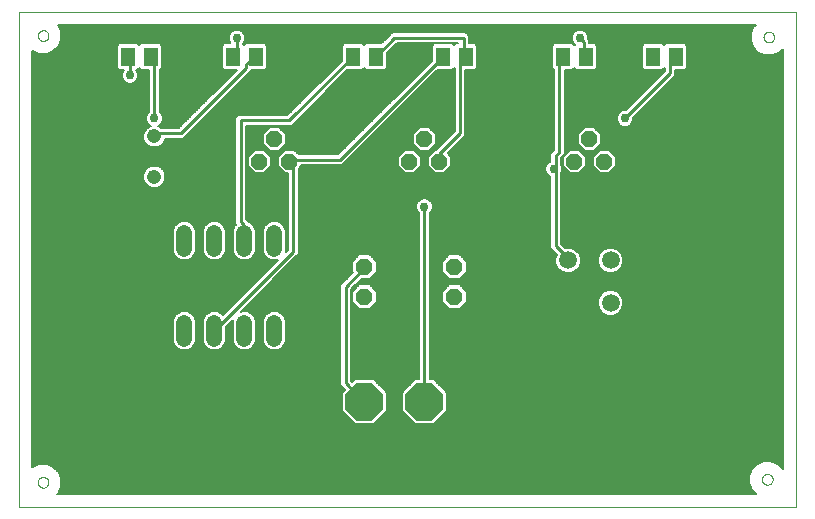
<source format=gtl>
G75*
%MOIN*%
%OFA0B0*%
%FSLAX25Y25*%
%IPPOS*%
%LPD*%
%AMOC8*
5,1,8,0,0,1.08239X$1,22.5*
%
%ADD10C,0.00000*%
%ADD11OC8,0.05600*%
%ADD12OC8,0.12400*%
%ADD13C,0.05200*%
%ADD14C,0.05906*%
%ADD15R,0.05118X0.06299*%
%ADD16C,0.04756*%
%ADD17OC8,0.05200*%
%ADD18C,0.01000*%
%ADD19C,0.02978*%
%ADD20C,0.00600*%
%ADD21OC8,0.03962*%
D10*
X0003800Y0003800D02*
X0003800Y0168761D01*
X0262501Y0168761D01*
X0262501Y0003800D01*
X0003800Y0003800D01*
X0009928Y0011900D02*
X0009930Y0011984D01*
X0009936Y0012067D01*
X0009946Y0012150D01*
X0009960Y0012233D01*
X0009977Y0012315D01*
X0009999Y0012396D01*
X0010024Y0012475D01*
X0010053Y0012554D01*
X0010086Y0012631D01*
X0010122Y0012706D01*
X0010162Y0012780D01*
X0010205Y0012852D01*
X0010252Y0012921D01*
X0010302Y0012988D01*
X0010355Y0013053D01*
X0010411Y0013115D01*
X0010469Y0013175D01*
X0010531Y0013232D01*
X0010595Y0013285D01*
X0010662Y0013336D01*
X0010731Y0013383D01*
X0010802Y0013428D01*
X0010875Y0013468D01*
X0010950Y0013505D01*
X0011027Y0013539D01*
X0011105Y0013569D01*
X0011184Y0013595D01*
X0011265Y0013618D01*
X0011347Y0013636D01*
X0011429Y0013651D01*
X0011512Y0013662D01*
X0011595Y0013669D01*
X0011679Y0013672D01*
X0011763Y0013671D01*
X0011846Y0013666D01*
X0011930Y0013657D01*
X0012012Y0013644D01*
X0012094Y0013628D01*
X0012175Y0013607D01*
X0012256Y0013583D01*
X0012334Y0013555D01*
X0012412Y0013523D01*
X0012488Y0013487D01*
X0012562Y0013448D01*
X0012634Y0013406D01*
X0012704Y0013360D01*
X0012772Y0013311D01*
X0012837Y0013259D01*
X0012900Y0013204D01*
X0012960Y0013146D01*
X0013018Y0013085D01*
X0013072Y0013021D01*
X0013124Y0012955D01*
X0013172Y0012887D01*
X0013217Y0012816D01*
X0013258Y0012743D01*
X0013297Y0012669D01*
X0013331Y0012593D01*
X0013362Y0012515D01*
X0013389Y0012436D01*
X0013413Y0012355D01*
X0013432Y0012274D01*
X0013448Y0012192D01*
X0013460Y0012109D01*
X0013468Y0012025D01*
X0013472Y0011942D01*
X0013472Y0011858D01*
X0013468Y0011775D01*
X0013460Y0011691D01*
X0013448Y0011608D01*
X0013432Y0011526D01*
X0013413Y0011445D01*
X0013389Y0011364D01*
X0013362Y0011285D01*
X0013331Y0011207D01*
X0013297Y0011131D01*
X0013258Y0011057D01*
X0013217Y0010984D01*
X0013172Y0010913D01*
X0013124Y0010845D01*
X0013072Y0010779D01*
X0013018Y0010715D01*
X0012960Y0010654D01*
X0012900Y0010596D01*
X0012837Y0010541D01*
X0012772Y0010489D01*
X0012704Y0010440D01*
X0012634Y0010394D01*
X0012562Y0010352D01*
X0012488Y0010313D01*
X0012412Y0010277D01*
X0012334Y0010245D01*
X0012256Y0010217D01*
X0012175Y0010193D01*
X0012094Y0010172D01*
X0012012Y0010156D01*
X0011930Y0010143D01*
X0011846Y0010134D01*
X0011763Y0010129D01*
X0011679Y0010128D01*
X0011595Y0010131D01*
X0011512Y0010138D01*
X0011429Y0010149D01*
X0011347Y0010164D01*
X0011265Y0010182D01*
X0011184Y0010205D01*
X0011105Y0010231D01*
X0011027Y0010261D01*
X0010950Y0010295D01*
X0010875Y0010332D01*
X0010802Y0010372D01*
X0010731Y0010417D01*
X0010662Y0010464D01*
X0010595Y0010515D01*
X0010531Y0010568D01*
X0010469Y0010625D01*
X0010411Y0010685D01*
X0010355Y0010747D01*
X0010302Y0010812D01*
X0010252Y0010879D01*
X0010205Y0010948D01*
X0010162Y0011020D01*
X0010122Y0011094D01*
X0010086Y0011169D01*
X0010053Y0011246D01*
X0010024Y0011325D01*
X0009999Y0011404D01*
X0009977Y0011485D01*
X0009960Y0011567D01*
X0009946Y0011650D01*
X0009936Y0011733D01*
X0009930Y0011816D01*
X0009928Y0011900D01*
X0009928Y0160800D02*
X0009930Y0160884D01*
X0009936Y0160967D01*
X0009946Y0161050D01*
X0009960Y0161133D01*
X0009977Y0161215D01*
X0009999Y0161296D01*
X0010024Y0161375D01*
X0010053Y0161454D01*
X0010086Y0161531D01*
X0010122Y0161606D01*
X0010162Y0161680D01*
X0010205Y0161752D01*
X0010252Y0161821D01*
X0010302Y0161888D01*
X0010355Y0161953D01*
X0010411Y0162015D01*
X0010469Y0162075D01*
X0010531Y0162132D01*
X0010595Y0162185D01*
X0010662Y0162236D01*
X0010731Y0162283D01*
X0010802Y0162328D01*
X0010875Y0162368D01*
X0010950Y0162405D01*
X0011027Y0162439D01*
X0011105Y0162469D01*
X0011184Y0162495D01*
X0011265Y0162518D01*
X0011347Y0162536D01*
X0011429Y0162551D01*
X0011512Y0162562D01*
X0011595Y0162569D01*
X0011679Y0162572D01*
X0011763Y0162571D01*
X0011846Y0162566D01*
X0011930Y0162557D01*
X0012012Y0162544D01*
X0012094Y0162528D01*
X0012175Y0162507D01*
X0012256Y0162483D01*
X0012334Y0162455D01*
X0012412Y0162423D01*
X0012488Y0162387D01*
X0012562Y0162348D01*
X0012634Y0162306D01*
X0012704Y0162260D01*
X0012772Y0162211D01*
X0012837Y0162159D01*
X0012900Y0162104D01*
X0012960Y0162046D01*
X0013018Y0161985D01*
X0013072Y0161921D01*
X0013124Y0161855D01*
X0013172Y0161787D01*
X0013217Y0161716D01*
X0013258Y0161643D01*
X0013297Y0161569D01*
X0013331Y0161493D01*
X0013362Y0161415D01*
X0013389Y0161336D01*
X0013413Y0161255D01*
X0013432Y0161174D01*
X0013448Y0161092D01*
X0013460Y0161009D01*
X0013468Y0160925D01*
X0013472Y0160842D01*
X0013472Y0160758D01*
X0013468Y0160675D01*
X0013460Y0160591D01*
X0013448Y0160508D01*
X0013432Y0160426D01*
X0013413Y0160345D01*
X0013389Y0160264D01*
X0013362Y0160185D01*
X0013331Y0160107D01*
X0013297Y0160031D01*
X0013258Y0159957D01*
X0013217Y0159884D01*
X0013172Y0159813D01*
X0013124Y0159745D01*
X0013072Y0159679D01*
X0013018Y0159615D01*
X0012960Y0159554D01*
X0012900Y0159496D01*
X0012837Y0159441D01*
X0012772Y0159389D01*
X0012704Y0159340D01*
X0012634Y0159294D01*
X0012562Y0159252D01*
X0012488Y0159213D01*
X0012412Y0159177D01*
X0012334Y0159145D01*
X0012256Y0159117D01*
X0012175Y0159093D01*
X0012094Y0159072D01*
X0012012Y0159056D01*
X0011930Y0159043D01*
X0011846Y0159034D01*
X0011763Y0159029D01*
X0011679Y0159028D01*
X0011595Y0159031D01*
X0011512Y0159038D01*
X0011429Y0159049D01*
X0011347Y0159064D01*
X0011265Y0159082D01*
X0011184Y0159105D01*
X0011105Y0159131D01*
X0011027Y0159161D01*
X0010950Y0159195D01*
X0010875Y0159232D01*
X0010802Y0159272D01*
X0010731Y0159317D01*
X0010662Y0159364D01*
X0010595Y0159415D01*
X0010531Y0159468D01*
X0010469Y0159525D01*
X0010411Y0159585D01*
X0010355Y0159647D01*
X0010302Y0159712D01*
X0010252Y0159779D01*
X0010205Y0159848D01*
X0010162Y0159920D01*
X0010122Y0159994D01*
X0010086Y0160069D01*
X0010053Y0160146D01*
X0010024Y0160225D01*
X0009999Y0160304D01*
X0009977Y0160385D01*
X0009960Y0160467D01*
X0009946Y0160550D01*
X0009936Y0160633D01*
X0009930Y0160716D01*
X0009928Y0160800D01*
X0251828Y0160300D02*
X0251830Y0160384D01*
X0251836Y0160467D01*
X0251846Y0160550D01*
X0251860Y0160633D01*
X0251877Y0160715D01*
X0251899Y0160796D01*
X0251924Y0160875D01*
X0251953Y0160954D01*
X0251986Y0161031D01*
X0252022Y0161106D01*
X0252062Y0161180D01*
X0252105Y0161252D01*
X0252152Y0161321D01*
X0252202Y0161388D01*
X0252255Y0161453D01*
X0252311Y0161515D01*
X0252369Y0161575D01*
X0252431Y0161632D01*
X0252495Y0161685D01*
X0252562Y0161736D01*
X0252631Y0161783D01*
X0252702Y0161828D01*
X0252775Y0161868D01*
X0252850Y0161905D01*
X0252927Y0161939D01*
X0253005Y0161969D01*
X0253084Y0161995D01*
X0253165Y0162018D01*
X0253247Y0162036D01*
X0253329Y0162051D01*
X0253412Y0162062D01*
X0253495Y0162069D01*
X0253579Y0162072D01*
X0253663Y0162071D01*
X0253746Y0162066D01*
X0253830Y0162057D01*
X0253912Y0162044D01*
X0253994Y0162028D01*
X0254075Y0162007D01*
X0254156Y0161983D01*
X0254234Y0161955D01*
X0254312Y0161923D01*
X0254388Y0161887D01*
X0254462Y0161848D01*
X0254534Y0161806D01*
X0254604Y0161760D01*
X0254672Y0161711D01*
X0254737Y0161659D01*
X0254800Y0161604D01*
X0254860Y0161546D01*
X0254918Y0161485D01*
X0254972Y0161421D01*
X0255024Y0161355D01*
X0255072Y0161287D01*
X0255117Y0161216D01*
X0255158Y0161143D01*
X0255197Y0161069D01*
X0255231Y0160993D01*
X0255262Y0160915D01*
X0255289Y0160836D01*
X0255313Y0160755D01*
X0255332Y0160674D01*
X0255348Y0160592D01*
X0255360Y0160509D01*
X0255368Y0160425D01*
X0255372Y0160342D01*
X0255372Y0160258D01*
X0255368Y0160175D01*
X0255360Y0160091D01*
X0255348Y0160008D01*
X0255332Y0159926D01*
X0255313Y0159845D01*
X0255289Y0159764D01*
X0255262Y0159685D01*
X0255231Y0159607D01*
X0255197Y0159531D01*
X0255158Y0159457D01*
X0255117Y0159384D01*
X0255072Y0159313D01*
X0255024Y0159245D01*
X0254972Y0159179D01*
X0254918Y0159115D01*
X0254860Y0159054D01*
X0254800Y0158996D01*
X0254737Y0158941D01*
X0254672Y0158889D01*
X0254604Y0158840D01*
X0254534Y0158794D01*
X0254462Y0158752D01*
X0254388Y0158713D01*
X0254312Y0158677D01*
X0254234Y0158645D01*
X0254156Y0158617D01*
X0254075Y0158593D01*
X0253994Y0158572D01*
X0253912Y0158556D01*
X0253830Y0158543D01*
X0253746Y0158534D01*
X0253663Y0158529D01*
X0253579Y0158528D01*
X0253495Y0158531D01*
X0253412Y0158538D01*
X0253329Y0158549D01*
X0253247Y0158564D01*
X0253165Y0158582D01*
X0253084Y0158605D01*
X0253005Y0158631D01*
X0252927Y0158661D01*
X0252850Y0158695D01*
X0252775Y0158732D01*
X0252702Y0158772D01*
X0252631Y0158817D01*
X0252562Y0158864D01*
X0252495Y0158915D01*
X0252431Y0158968D01*
X0252369Y0159025D01*
X0252311Y0159085D01*
X0252255Y0159147D01*
X0252202Y0159212D01*
X0252152Y0159279D01*
X0252105Y0159348D01*
X0252062Y0159420D01*
X0252022Y0159494D01*
X0251986Y0159569D01*
X0251953Y0159646D01*
X0251924Y0159725D01*
X0251899Y0159804D01*
X0251877Y0159885D01*
X0251860Y0159967D01*
X0251846Y0160050D01*
X0251836Y0160133D01*
X0251830Y0160216D01*
X0251828Y0160300D01*
X0251328Y0012900D02*
X0251330Y0012984D01*
X0251336Y0013067D01*
X0251346Y0013150D01*
X0251360Y0013233D01*
X0251377Y0013315D01*
X0251399Y0013396D01*
X0251424Y0013475D01*
X0251453Y0013554D01*
X0251486Y0013631D01*
X0251522Y0013706D01*
X0251562Y0013780D01*
X0251605Y0013852D01*
X0251652Y0013921D01*
X0251702Y0013988D01*
X0251755Y0014053D01*
X0251811Y0014115D01*
X0251869Y0014175D01*
X0251931Y0014232D01*
X0251995Y0014285D01*
X0252062Y0014336D01*
X0252131Y0014383D01*
X0252202Y0014428D01*
X0252275Y0014468D01*
X0252350Y0014505D01*
X0252427Y0014539D01*
X0252505Y0014569D01*
X0252584Y0014595D01*
X0252665Y0014618D01*
X0252747Y0014636D01*
X0252829Y0014651D01*
X0252912Y0014662D01*
X0252995Y0014669D01*
X0253079Y0014672D01*
X0253163Y0014671D01*
X0253246Y0014666D01*
X0253330Y0014657D01*
X0253412Y0014644D01*
X0253494Y0014628D01*
X0253575Y0014607D01*
X0253656Y0014583D01*
X0253734Y0014555D01*
X0253812Y0014523D01*
X0253888Y0014487D01*
X0253962Y0014448D01*
X0254034Y0014406D01*
X0254104Y0014360D01*
X0254172Y0014311D01*
X0254237Y0014259D01*
X0254300Y0014204D01*
X0254360Y0014146D01*
X0254418Y0014085D01*
X0254472Y0014021D01*
X0254524Y0013955D01*
X0254572Y0013887D01*
X0254617Y0013816D01*
X0254658Y0013743D01*
X0254697Y0013669D01*
X0254731Y0013593D01*
X0254762Y0013515D01*
X0254789Y0013436D01*
X0254813Y0013355D01*
X0254832Y0013274D01*
X0254848Y0013192D01*
X0254860Y0013109D01*
X0254868Y0013025D01*
X0254872Y0012942D01*
X0254872Y0012858D01*
X0254868Y0012775D01*
X0254860Y0012691D01*
X0254848Y0012608D01*
X0254832Y0012526D01*
X0254813Y0012445D01*
X0254789Y0012364D01*
X0254762Y0012285D01*
X0254731Y0012207D01*
X0254697Y0012131D01*
X0254658Y0012057D01*
X0254617Y0011984D01*
X0254572Y0011913D01*
X0254524Y0011845D01*
X0254472Y0011779D01*
X0254418Y0011715D01*
X0254360Y0011654D01*
X0254300Y0011596D01*
X0254237Y0011541D01*
X0254172Y0011489D01*
X0254104Y0011440D01*
X0254034Y0011394D01*
X0253962Y0011352D01*
X0253888Y0011313D01*
X0253812Y0011277D01*
X0253734Y0011245D01*
X0253656Y0011217D01*
X0253575Y0011193D01*
X0253494Y0011172D01*
X0253412Y0011156D01*
X0253330Y0011143D01*
X0253246Y0011134D01*
X0253163Y0011129D01*
X0253079Y0011128D01*
X0252995Y0011131D01*
X0252912Y0011138D01*
X0252829Y0011149D01*
X0252747Y0011164D01*
X0252665Y0011182D01*
X0252584Y0011205D01*
X0252505Y0011231D01*
X0252427Y0011261D01*
X0252350Y0011295D01*
X0252275Y0011332D01*
X0252202Y0011372D01*
X0252131Y0011417D01*
X0252062Y0011464D01*
X0251995Y0011515D01*
X0251931Y0011568D01*
X0251869Y0011625D01*
X0251811Y0011685D01*
X0251755Y0011747D01*
X0251702Y0011812D01*
X0251652Y0011879D01*
X0251605Y0011948D01*
X0251562Y0012020D01*
X0251522Y0012094D01*
X0251486Y0012169D01*
X0251453Y0012246D01*
X0251424Y0012325D01*
X0251399Y0012404D01*
X0251377Y0012485D01*
X0251360Y0012567D01*
X0251346Y0012650D01*
X0251336Y0012733D01*
X0251330Y0012816D01*
X0251328Y0012900D01*
D11*
X0148800Y0073800D03*
X0148800Y0083800D03*
X0118800Y0083800D03*
X0118800Y0073800D03*
D12*
X0118800Y0038800D03*
X0138800Y0038800D03*
D13*
X0088800Y0059800D02*
X0088800Y0065000D01*
X0078800Y0065000D02*
X0078800Y0059800D01*
X0068800Y0059800D02*
X0068800Y0065000D01*
X0058800Y0065000D02*
X0058800Y0059800D01*
X0058800Y0089800D02*
X0058800Y0095000D01*
X0068800Y0095000D02*
X0068800Y0089800D01*
X0078800Y0089800D02*
X0078800Y0095000D01*
X0088800Y0095000D02*
X0088800Y0089800D01*
D14*
X0186729Y0085871D03*
X0200871Y0085871D03*
X0200871Y0071729D03*
D15*
X0192540Y0153800D03*
X0185060Y0153800D03*
X0215060Y0153800D03*
X0222540Y0153800D03*
X0152540Y0153800D03*
X0145060Y0153800D03*
X0122540Y0153800D03*
X0115060Y0153800D03*
X0082540Y0153800D03*
X0075060Y0153800D03*
X0047540Y0153800D03*
X0040060Y0153800D03*
D16*
X0048800Y0127186D03*
X0048800Y0113800D03*
D17*
X0083800Y0118800D03*
X0093800Y0118800D03*
X0088800Y0126300D03*
X0133800Y0118800D03*
X0143800Y0118800D03*
X0138800Y0126300D03*
X0188800Y0118800D03*
X0198800Y0118800D03*
X0193800Y0126300D03*
D18*
X0183800Y0121925D02*
X0182550Y0120675D01*
X0182550Y0116300D01*
X0181925Y0116300D01*
X0182550Y0116300D02*
X0182550Y0090675D01*
X0186300Y0086925D01*
X0186300Y0086300D01*
X0186729Y0085871D01*
X0138800Y0103800D02*
X0138800Y0038800D01*
X0118800Y0038800D02*
X0112550Y0045050D01*
X0112550Y0076925D01*
X0118800Y0083175D01*
X0118800Y0083800D01*
X0095050Y0088650D02*
X0095050Y0119425D01*
X0093800Y0118800D01*
X0093800Y0119425D01*
X0095050Y0119425D01*
X0110675Y0119425D01*
X0145050Y0153800D01*
X0145060Y0153800D01*
X0150675Y0152550D02*
X0150675Y0128175D01*
X0143800Y0121300D01*
X0143800Y0118800D01*
X0183800Y0121925D02*
X0183800Y0152550D01*
X0185050Y0153800D01*
X0185060Y0153800D01*
X0191925Y0153800D02*
X0191925Y0158800D01*
X0190675Y0160050D01*
X0191925Y0153800D02*
X0192540Y0153800D01*
X0205675Y0133175D02*
X0220675Y0148175D01*
X0220675Y0152550D01*
X0221925Y0153800D01*
X0222540Y0153800D01*
X0152540Y0153800D02*
X0151925Y0153800D01*
X0150675Y0152550D01*
X0151925Y0153800D02*
X0151925Y0160050D01*
X0128800Y0160050D01*
X0122550Y0153800D01*
X0122540Y0153800D01*
X0115060Y0153800D02*
X0115050Y0153800D01*
X0093800Y0132550D01*
X0077550Y0132550D01*
X0077550Y0098800D01*
X0078800Y0097550D01*
X0078800Y0092400D01*
X0095050Y0088650D02*
X0068800Y0062400D01*
X0048800Y0127186D02*
X0048800Y0128175D01*
X0057550Y0128175D01*
X0079425Y0150050D01*
X0079425Y0151300D01*
X0081925Y0153800D01*
X0082540Y0153800D01*
X0076300Y0154425D02*
X0076300Y0160050D01*
X0076300Y0154425D02*
X0075675Y0153800D01*
X0075060Y0153800D01*
X0048800Y0152550D02*
X0048800Y0133175D01*
X0040675Y0147550D02*
X0040675Y0153800D01*
X0040060Y0153800D01*
X0047540Y0153800D02*
X0047550Y0153800D01*
X0048800Y0152550D01*
D19*
X0040675Y0147550D03*
X0048800Y0133175D03*
X0076300Y0160050D03*
X0138800Y0103800D03*
X0181925Y0116300D03*
X0205675Y0133175D03*
X0190675Y0160050D03*
D20*
X0193464Y0160011D02*
X0247528Y0160011D01*
X0247528Y0159413D02*
X0193725Y0159413D01*
X0193725Y0159546D02*
X0193464Y0159807D01*
X0193464Y0160605D01*
X0193039Y0161630D01*
X0192255Y0162414D01*
X0191230Y0162839D01*
X0190120Y0162839D01*
X0189095Y0162414D01*
X0188311Y0161630D01*
X0187886Y0160605D01*
X0187886Y0159495D01*
X0188311Y0158470D01*
X0188987Y0157794D01*
X0188800Y0157607D01*
X0188157Y0158250D01*
X0181962Y0158250D01*
X0181201Y0157488D01*
X0181201Y0150112D01*
X0181962Y0149350D01*
X0182000Y0149350D01*
X0182000Y0122671D01*
X0181804Y0122475D01*
X0180750Y0121421D01*
X0180750Y0118832D01*
X0180345Y0118664D01*
X0179561Y0117880D01*
X0179136Y0116855D01*
X0179136Y0115745D01*
X0179561Y0114720D01*
X0180345Y0113936D01*
X0180750Y0113768D01*
X0180750Y0089929D01*
X0182912Y0087768D01*
X0182476Y0086717D01*
X0182476Y0085025D01*
X0183124Y0083462D01*
X0184320Y0082266D01*
X0185883Y0081618D01*
X0187575Y0081618D01*
X0189138Y0082266D01*
X0190334Y0083462D01*
X0190982Y0085025D01*
X0190982Y0086717D01*
X0190334Y0088280D01*
X0189138Y0089476D01*
X0187575Y0090124D01*
X0185883Y0090124D01*
X0185716Y0090054D01*
X0184350Y0091421D01*
X0184350Y0114867D01*
X0184714Y0115745D01*
X0184714Y0116855D01*
X0184350Y0117733D01*
X0184350Y0119929D01*
X0185600Y0121179D01*
X0185600Y0149350D01*
X0188157Y0149350D01*
X0188800Y0149993D01*
X0189443Y0149350D01*
X0195638Y0149350D01*
X0196399Y0150112D01*
X0196399Y0157488D01*
X0195638Y0158250D01*
X0193725Y0158250D01*
X0193725Y0159546D01*
X0193725Y0158814D02*
X0247643Y0158814D01*
X0247528Y0159092D02*
X0248453Y0156861D01*
X0250161Y0155153D01*
X0252392Y0154228D01*
X0254808Y0154228D01*
X0257039Y0155153D01*
X0258201Y0156314D01*
X0258201Y0016386D01*
X0256539Y0018047D01*
X0254308Y0018972D01*
X0251892Y0018972D01*
X0249661Y0018047D01*
X0247953Y0016339D01*
X0247028Y0014108D01*
X0247028Y0011692D01*
X0247953Y0009461D01*
X0249313Y0008100D01*
X0016487Y0008100D01*
X0016847Y0008461D01*
X0017772Y0010692D01*
X0017772Y0013108D01*
X0016847Y0015339D01*
X0015139Y0017047D01*
X0012908Y0017972D01*
X0010492Y0017972D01*
X0008261Y0017047D01*
X0008100Y0016887D01*
X0008100Y0155813D01*
X0008261Y0155653D01*
X0010492Y0154728D01*
X0012908Y0154728D01*
X0015139Y0155653D01*
X0016847Y0157361D01*
X0017772Y0159592D01*
X0017772Y0162008D01*
X0016847Y0164239D01*
X0016626Y0164461D01*
X0249174Y0164461D01*
X0248453Y0163739D01*
X0247528Y0161508D01*
X0247528Y0159092D01*
X0247891Y0158216D02*
X0225671Y0158216D01*
X0225638Y0158250D02*
X0219443Y0158250D01*
X0218800Y0157607D01*
X0218157Y0158250D01*
X0211962Y0158250D01*
X0211201Y0157488D01*
X0211201Y0150112D01*
X0211962Y0149350D01*
X0218157Y0149350D01*
X0218800Y0149993D01*
X0218875Y0149918D01*
X0218875Y0148921D01*
X0205918Y0135964D01*
X0205120Y0135964D01*
X0204095Y0135539D01*
X0203311Y0134755D01*
X0202886Y0133730D01*
X0202886Y0132620D01*
X0203311Y0131595D01*
X0204095Y0130811D01*
X0205120Y0130386D01*
X0206230Y0130386D01*
X0207255Y0130811D01*
X0208039Y0131595D01*
X0208464Y0132620D01*
X0208464Y0133418D01*
X0222475Y0147429D01*
X0222475Y0149350D01*
X0225638Y0149350D01*
X0226399Y0150112D01*
X0226399Y0157488D01*
X0225638Y0158250D01*
X0226270Y0157617D02*
X0248139Y0157617D01*
X0248387Y0157019D02*
X0226399Y0157019D01*
X0226399Y0156420D02*
X0248893Y0156420D01*
X0249491Y0155822D02*
X0226399Y0155822D01*
X0226399Y0155223D02*
X0250090Y0155223D01*
X0251435Y0154625D02*
X0226399Y0154625D01*
X0226399Y0154026D02*
X0258201Y0154026D01*
X0258201Y0153428D02*
X0226399Y0153428D01*
X0226399Y0152829D02*
X0258201Y0152829D01*
X0258201Y0152231D02*
X0226399Y0152231D01*
X0226399Y0151632D02*
X0258201Y0151632D01*
X0258201Y0151034D02*
X0226399Y0151034D01*
X0226399Y0150435D02*
X0258201Y0150435D01*
X0258201Y0149837D02*
X0226124Y0149837D01*
X0222475Y0149238D02*
X0258201Y0149238D01*
X0258201Y0148640D02*
X0222475Y0148640D01*
X0222475Y0148041D02*
X0258201Y0148041D01*
X0258201Y0147443D02*
X0222475Y0147443D01*
X0221890Y0146844D02*
X0258201Y0146844D01*
X0258201Y0146246D02*
X0221291Y0146246D01*
X0220693Y0145647D02*
X0258201Y0145647D01*
X0258201Y0145049D02*
X0220094Y0145049D01*
X0219496Y0144450D02*
X0258201Y0144450D01*
X0258201Y0143852D02*
X0218897Y0143852D01*
X0218299Y0143253D02*
X0258201Y0143253D01*
X0258201Y0142655D02*
X0217700Y0142655D01*
X0217102Y0142056D02*
X0258201Y0142056D01*
X0258201Y0141458D02*
X0216503Y0141458D01*
X0215905Y0140859D02*
X0258201Y0140859D01*
X0258201Y0140261D02*
X0215306Y0140261D01*
X0214708Y0139662D02*
X0258201Y0139662D01*
X0258201Y0139064D02*
X0214109Y0139064D01*
X0213511Y0138465D02*
X0258201Y0138465D01*
X0258201Y0137867D02*
X0212912Y0137867D01*
X0212314Y0137268D02*
X0258201Y0137268D01*
X0258201Y0136670D02*
X0211715Y0136670D01*
X0211117Y0136071D02*
X0258201Y0136071D01*
X0258201Y0135472D02*
X0210518Y0135472D01*
X0209920Y0134874D02*
X0258201Y0134874D01*
X0258201Y0134275D02*
X0209321Y0134275D01*
X0208723Y0133677D02*
X0258201Y0133677D01*
X0258201Y0133078D02*
X0208464Y0133078D01*
X0208406Y0132480D02*
X0258201Y0132480D01*
X0258201Y0131881D02*
X0208158Y0131881D01*
X0207727Y0131283D02*
X0258201Y0131283D01*
X0258201Y0130684D02*
X0206950Y0130684D01*
X0204400Y0130684D02*
X0185600Y0130684D01*
X0185600Y0130086D02*
X0192070Y0130086D01*
X0192185Y0130200D02*
X0189900Y0127915D01*
X0189900Y0124685D01*
X0192185Y0122400D01*
X0195415Y0122400D01*
X0197700Y0124685D01*
X0197700Y0127915D01*
X0195415Y0130200D01*
X0192185Y0130200D01*
X0191472Y0129487D02*
X0185600Y0129487D01*
X0185600Y0128889D02*
X0190873Y0128889D01*
X0190275Y0128290D02*
X0185600Y0128290D01*
X0185600Y0127692D02*
X0189900Y0127692D01*
X0189900Y0127093D02*
X0185600Y0127093D01*
X0185600Y0126495D02*
X0189900Y0126495D01*
X0189900Y0125896D02*
X0185600Y0125896D01*
X0185600Y0125298D02*
X0189900Y0125298D01*
X0189900Y0124699D02*
X0185600Y0124699D01*
X0185600Y0124101D02*
X0190484Y0124101D01*
X0191082Y0123502D02*
X0185600Y0123502D01*
X0185600Y0122904D02*
X0191681Y0122904D01*
X0190810Y0122305D02*
X0196790Y0122305D01*
X0197185Y0122700D02*
X0194900Y0120415D01*
X0194900Y0117185D01*
X0197185Y0114900D01*
X0200415Y0114900D01*
X0202700Y0117185D01*
X0202700Y0120415D01*
X0200415Y0122700D01*
X0197185Y0122700D01*
X0196518Y0123502D02*
X0258201Y0123502D01*
X0258201Y0122904D02*
X0195919Y0122904D01*
X0196191Y0121707D02*
X0191409Y0121707D01*
X0192007Y0121108D02*
X0195593Y0121108D01*
X0194994Y0120510D02*
X0192606Y0120510D01*
X0192700Y0120415D02*
X0190415Y0122700D01*
X0187185Y0122700D01*
X0184900Y0120415D01*
X0184900Y0117185D01*
X0187185Y0114900D01*
X0190415Y0114900D01*
X0192700Y0117185D01*
X0192700Y0120415D01*
X0192700Y0119911D02*
X0194900Y0119911D01*
X0194900Y0119313D02*
X0192700Y0119313D01*
X0192700Y0118714D02*
X0194900Y0118714D01*
X0194900Y0118116D02*
X0192700Y0118116D01*
X0192700Y0117517D02*
X0194900Y0117517D01*
X0195166Y0116919D02*
X0192434Y0116919D01*
X0191836Y0116320D02*
X0195764Y0116320D01*
X0196363Y0115722D02*
X0191237Y0115722D01*
X0190639Y0115123D02*
X0196961Y0115123D01*
X0200639Y0115123D02*
X0258201Y0115123D01*
X0258201Y0114525D02*
X0184350Y0114525D01*
X0184350Y0113926D02*
X0258201Y0113926D01*
X0258201Y0113328D02*
X0184350Y0113328D01*
X0184350Y0112729D02*
X0258201Y0112729D01*
X0258201Y0112131D02*
X0184350Y0112131D01*
X0184350Y0111532D02*
X0258201Y0111532D01*
X0258201Y0110934D02*
X0184350Y0110934D01*
X0184350Y0110335D02*
X0258201Y0110335D01*
X0258201Y0109737D02*
X0184350Y0109737D01*
X0184350Y0109138D02*
X0258201Y0109138D01*
X0258201Y0108539D02*
X0184350Y0108539D01*
X0184350Y0107941D02*
X0258201Y0107941D01*
X0258201Y0107342D02*
X0184350Y0107342D01*
X0184350Y0106744D02*
X0258201Y0106744D01*
X0258201Y0106145D02*
X0184350Y0106145D01*
X0184350Y0105547D02*
X0258201Y0105547D01*
X0258201Y0104948D02*
X0184350Y0104948D01*
X0184350Y0104350D02*
X0258201Y0104350D01*
X0258201Y0103751D02*
X0184350Y0103751D01*
X0184350Y0103153D02*
X0258201Y0103153D01*
X0258201Y0102554D02*
X0184350Y0102554D01*
X0184350Y0101956D02*
X0258201Y0101956D01*
X0258201Y0101357D02*
X0184350Y0101357D01*
X0184350Y0100759D02*
X0258201Y0100759D01*
X0258201Y0100160D02*
X0184350Y0100160D01*
X0184350Y0099562D02*
X0258201Y0099562D01*
X0258201Y0098963D02*
X0184350Y0098963D01*
X0184350Y0098365D02*
X0258201Y0098365D01*
X0258201Y0097766D02*
X0184350Y0097766D01*
X0184350Y0097168D02*
X0258201Y0097168D01*
X0258201Y0096569D02*
X0184350Y0096569D01*
X0184350Y0095971D02*
X0258201Y0095971D01*
X0258201Y0095372D02*
X0184350Y0095372D01*
X0184350Y0094774D02*
X0258201Y0094774D01*
X0258201Y0094175D02*
X0184350Y0094175D01*
X0184350Y0093577D02*
X0258201Y0093577D01*
X0258201Y0092978D02*
X0184350Y0092978D01*
X0184350Y0092380D02*
X0258201Y0092380D01*
X0258201Y0091781D02*
X0184350Y0091781D01*
X0184588Y0091183D02*
X0258201Y0091183D01*
X0258201Y0090584D02*
X0185186Y0090584D01*
X0187908Y0089986D02*
X0199692Y0089986D01*
X0200025Y0090124D02*
X0198462Y0089476D01*
X0197266Y0088280D01*
X0196618Y0086717D01*
X0196618Y0085025D01*
X0197266Y0083462D01*
X0198462Y0082266D01*
X0200025Y0081618D01*
X0201717Y0081618D01*
X0203280Y0082266D01*
X0204476Y0083462D01*
X0205124Y0085025D01*
X0205124Y0086717D01*
X0204476Y0088280D01*
X0203280Y0089476D01*
X0201717Y0090124D01*
X0200025Y0090124D01*
X0198373Y0089387D02*
X0189227Y0089387D01*
X0189826Y0088789D02*
X0197774Y0088789D01*
X0197228Y0088190D02*
X0190372Y0088190D01*
X0190620Y0087592D02*
X0196980Y0087592D01*
X0196733Y0086993D02*
X0190867Y0086993D01*
X0190982Y0086395D02*
X0196618Y0086395D01*
X0196618Y0085796D02*
X0190982Y0085796D01*
X0190982Y0085198D02*
X0196618Y0085198D01*
X0196795Y0084599D02*
X0190805Y0084599D01*
X0190558Y0084001D02*
X0197042Y0084001D01*
X0197325Y0083402D02*
X0190275Y0083402D01*
X0189676Y0082803D02*
X0197924Y0082803D01*
X0198608Y0082205D02*
X0188992Y0082205D01*
X0184466Y0082205D02*
X0152900Y0082205D01*
X0152900Y0082102D02*
X0150498Y0079700D01*
X0147102Y0079700D01*
X0144700Y0082102D01*
X0144700Y0085498D01*
X0147102Y0087900D01*
X0150498Y0087900D01*
X0152900Y0085498D01*
X0152900Y0082102D01*
X0152405Y0081606D02*
X0258201Y0081606D01*
X0258201Y0081008D02*
X0151806Y0081008D01*
X0151208Y0080409D02*
X0258201Y0080409D01*
X0258201Y0079811D02*
X0150609Y0079811D01*
X0150498Y0077900D02*
X0147102Y0077900D01*
X0144700Y0075498D01*
X0144700Y0072102D01*
X0147102Y0069700D01*
X0150498Y0069700D01*
X0152900Y0072102D01*
X0152900Y0075498D01*
X0150498Y0077900D01*
X0150981Y0077417D02*
X0258201Y0077417D01*
X0258201Y0078015D02*
X0140600Y0078015D01*
X0140600Y0077417D02*
X0146619Y0077417D01*
X0146020Y0076818D02*
X0140600Y0076818D01*
X0140600Y0076220D02*
X0145422Y0076220D01*
X0144823Y0075621D02*
X0140600Y0075621D01*
X0140600Y0075023D02*
X0144700Y0075023D01*
X0144700Y0074424D02*
X0140600Y0074424D01*
X0140600Y0073826D02*
X0144700Y0073826D01*
X0144700Y0073227D02*
X0140600Y0073227D01*
X0140600Y0072629D02*
X0144700Y0072629D01*
X0144771Y0072030D02*
X0140600Y0072030D01*
X0140600Y0071432D02*
X0145370Y0071432D01*
X0145968Y0070833D02*
X0140600Y0070833D01*
X0140600Y0070235D02*
X0146567Y0070235D01*
X0151033Y0070235D02*
X0196887Y0070235D01*
X0196639Y0070833D02*
X0151632Y0070833D01*
X0152230Y0071432D02*
X0196618Y0071432D01*
X0196618Y0070883D02*
X0197266Y0069320D01*
X0198462Y0068124D01*
X0200025Y0067476D01*
X0201717Y0067476D01*
X0203280Y0068124D01*
X0204476Y0069320D01*
X0205124Y0070883D01*
X0205124Y0072575D01*
X0204476Y0074138D01*
X0203280Y0075334D01*
X0201717Y0075982D01*
X0200025Y0075982D01*
X0198462Y0075334D01*
X0197266Y0074138D01*
X0196618Y0072575D01*
X0196618Y0070883D01*
X0196618Y0072030D02*
X0152829Y0072030D01*
X0152900Y0072629D02*
X0196640Y0072629D01*
X0196888Y0073227D02*
X0152900Y0073227D01*
X0152900Y0073826D02*
X0197136Y0073826D01*
X0197552Y0074424D02*
X0152900Y0074424D01*
X0152900Y0075023D02*
X0198150Y0075023D01*
X0199155Y0075621D02*
X0152777Y0075621D01*
X0152178Y0076220D02*
X0258201Y0076220D01*
X0258201Y0076818D02*
X0151580Y0076818D01*
X0146991Y0079811D02*
X0140600Y0079811D01*
X0140600Y0080409D02*
X0146392Y0080409D01*
X0145794Y0081008D02*
X0140600Y0081008D01*
X0140600Y0081606D02*
X0145195Y0081606D01*
X0144700Y0082205D02*
X0140600Y0082205D01*
X0140600Y0082803D02*
X0144700Y0082803D01*
X0144700Y0083402D02*
X0140600Y0083402D01*
X0140600Y0084001D02*
X0144700Y0084001D01*
X0144700Y0084599D02*
X0140600Y0084599D01*
X0140600Y0085198D02*
X0144700Y0085198D01*
X0144998Y0085796D02*
X0140600Y0085796D01*
X0140600Y0086395D02*
X0145596Y0086395D01*
X0146195Y0086993D02*
X0140600Y0086993D01*
X0140600Y0087592D02*
X0146793Y0087592D01*
X0150807Y0087592D02*
X0182839Y0087592D01*
X0182591Y0086993D02*
X0151405Y0086993D01*
X0152004Y0086395D02*
X0182476Y0086395D01*
X0182476Y0085796D02*
X0152602Y0085796D01*
X0152900Y0085198D02*
X0182476Y0085198D01*
X0182653Y0084599D02*
X0152900Y0084599D01*
X0152900Y0084001D02*
X0182901Y0084001D01*
X0183184Y0083402D02*
X0152900Y0083402D01*
X0152900Y0082803D02*
X0183782Y0082803D01*
X0182489Y0088190D02*
X0140600Y0088190D01*
X0140600Y0088789D02*
X0181891Y0088789D01*
X0181292Y0089387D02*
X0140600Y0089387D01*
X0140600Y0089986D02*
X0180750Y0089986D01*
X0180750Y0090584D02*
X0140600Y0090584D01*
X0140600Y0091183D02*
X0180750Y0091183D01*
X0180750Y0091781D02*
X0140600Y0091781D01*
X0140600Y0092380D02*
X0180750Y0092380D01*
X0180750Y0092978D02*
X0140600Y0092978D01*
X0140600Y0093577D02*
X0180750Y0093577D01*
X0180750Y0094175D02*
X0140600Y0094175D01*
X0140600Y0094774D02*
X0180750Y0094774D01*
X0180750Y0095372D02*
X0140600Y0095372D01*
X0140600Y0095971D02*
X0180750Y0095971D01*
X0180750Y0096569D02*
X0140600Y0096569D01*
X0140600Y0097168D02*
X0180750Y0097168D01*
X0180750Y0097766D02*
X0140600Y0097766D01*
X0140600Y0098365D02*
X0180750Y0098365D01*
X0180750Y0098963D02*
X0140600Y0098963D01*
X0140600Y0099562D02*
X0180750Y0099562D01*
X0180750Y0100160D02*
X0140600Y0100160D01*
X0140600Y0100759D02*
X0180750Y0100759D01*
X0180750Y0101357D02*
X0140600Y0101357D01*
X0140600Y0101656D02*
X0141164Y0102220D01*
X0141589Y0103245D01*
X0141589Y0104355D01*
X0141164Y0105380D01*
X0140380Y0106164D01*
X0139355Y0106589D01*
X0138245Y0106589D01*
X0137220Y0106164D01*
X0136436Y0105380D01*
X0136011Y0104355D01*
X0136011Y0103245D01*
X0136436Y0102220D01*
X0137000Y0101656D01*
X0137000Y0046300D01*
X0135693Y0046300D01*
X0131300Y0041907D01*
X0131300Y0035693D01*
X0135693Y0031300D01*
X0141907Y0031300D01*
X0146300Y0035693D01*
X0146300Y0041907D01*
X0141907Y0046300D01*
X0140600Y0046300D01*
X0140600Y0101656D01*
X0140900Y0101956D02*
X0180750Y0101956D01*
X0180750Y0102554D02*
X0141303Y0102554D01*
X0141551Y0103153D02*
X0180750Y0103153D01*
X0180750Y0103751D02*
X0141589Y0103751D01*
X0141589Y0104350D02*
X0180750Y0104350D01*
X0180750Y0104948D02*
X0141343Y0104948D01*
X0140997Y0105547D02*
X0180750Y0105547D01*
X0180750Y0106145D02*
X0140399Y0106145D01*
X0137201Y0106145D02*
X0096850Y0106145D01*
X0096850Y0105547D02*
X0136603Y0105547D01*
X0136257Y0104948D02*
X0096850Y0104948D01*
X0096850Y0104350D02*
X0136011Y0104350D01*
X0136011Y0103751D02*
X0096850Y0103751D01*
X0096850Y0103153D02*
X0136049Y0103153D01*
X0136297Y0102554D02*
X0096850Y0102554D01*
X0096850Y0101956D02*
X0136700Y0101956D01*
X0137000Y0101357D02*
X0096850Y0101357D01*
X0096850Y0100759D02*
X0137000Y0100759D01*
X0137000Y0100160D02*
X0096850Y0100160D01*
X0096850Y0099562D02*
X0137000Y0099562D01*
X0137000Y0098963D02*
X0096850Y0098963D01*
X0096850Y0098365D02*
X0137000Y0098365D01*
X0137000Y0097766D02*
X0096850Y0097766D01*
X0096850Y0097168D02*
X0137000Y0097168D01*
X0137000Y0096569D02*
X0096850Y0096569D01*
X0096850Y0095971D02*
X0137000Y0095971D01*
X0137000Y0095372D02*
X0096850Y0095372D01*
X0096850Y0094774D02*
X0137000Y0094774D01*
X0137000Y0094175D02*
X0096850Y0094175D01*
X0096850Y0093577D02*
X0137000Y0093577D01*
X0137000Y0092978D02*
X0096850Y0092978D01*
X0096850Y0092380D02*
X0137000Y0092380D01*
X0137000Y0091781D02*
X0096850Y0091781D01*
X0096850Y0091183D02*
X0137000Y0091183D01*
X0137000Y0090584D02*
X0096850Y0090584D01*
X0096850Y0089986D02*
X0137000Y0089986D01*
X0137000Y0089387D02*
X0096850Y0089387D01*
X0096850Y0088789D02*
X0137000Y0088789D01*
X0137000Y0088190D02*
X0096850Y0088190D01*
X0096850Y0087904D02*
X0096850Y0116335D01*
X0097700Y0117185D01*
X0097700Y0117625D01*
X0111421Y0117625D01*
X0112475Y0118679D01*
X0143146Y0149350D01*
X0148157Y0149350D01*
X0148800Y0149993D01*
X0148875Y0149918D01*
X0148875Y0128921D01*
X0143054Y0123100D01*
X0142654Y0122700D01*
X0142185Y0122700D01*
X0139900Y0120415D01*
X0139900Y0117185D01*
X0142185Y0114900D01*
X0145415Y0114900D01*
X0147700Y0117185D01*
X0147700Y0120415D01*
X0146580Y0121535D01*
X0152475Y0127429D01*
X0152475Y0149350D01*
X0155638Y0149350D01*
X0156399Y0150112D01*
X0156399Y0157488D01*
X0155638Y0158250D01*
X0153725Y0158250D01*
X0153725Y0160796D01*
X0152671Y0161850D01*
X0128054Y0161850D01*
X0127000Y0160796D01*
X0124454Y0158250D01*
X0119443Y0158250D01*
X0118800Y0157607D01*
X0118157Y0158250D01*
X0111962Y0158250D01*
X0111201Y0157488D01*
X0111201Y0152496D01*
X0093054Y0134350D01*
X0076804Y0134350D01*
X0075750Y0133296D01*
X0075750Y0098054D01*
X0076045Y0097760D01*
X0075494Y0097209D01*
X0074900Y0095776D01*
X0074900Y0089024D01*
X0075494Y0087591D01*
X0076591Y0086494D01*
X0078024Y0085900D01*
X0079576Y0085900D01*
X0081009Y0086494D01*
X0082106Y0087591D01*
X0082700Y0089024D01*
X0082700Y0095776D01*
X0082106Y0097209D01*
X0081009Y0098306D01*
X0080292Y0098603D01*
X0079546Y0099350D01*
X0079350Y0099546D01*
X0079350Y0130750D01*
X0094546Y0130750D01*
X0095600Y0131804D01*
X0113146Y0149350D01*
X0118157Y0149350D01*
X0118800Y0149993D01*
X0119443Y0149350D01*
X0125638Y0149350D01*
X0126399Y0150112D01*
X0126399Y0155104D01*
X0129546Y0158250D01*
X0150125Y0158250D01*
X0150125Y0158250D01*
X0149443Y0158250D01*
X0148800Y0157607D01*
X0148157Y0158250D01*
X0141962Y0158250D01*
X0141201Y0157488D01*
X0141201Y0152496D01*
X0109929Y0121225D01*
X0096890Y0121225D01*
X0095415Y0122700D01*
X0092185Y0122700D01*
X0089900Y0120415D01*
X0089900Y0117185D01*
X0092185Y0114900D01*
X0093250Y0114900D01*
X0093250Y0089396D01*
X0092574Y0088719D01*
X0092700Y0089024D01*
X0092700Y0095776D01*
X0092106Y0097209D01*
X0091009Y0098306D01*
X0089576Y0098900D01*
X0088024Y0098900D01*
X0086591Y0098306D01*
X0085494Y0097209D01*
X0084900Y0095776D01*
X0084900Y0089024D01*
X0085494Y0087591D01*
X0086591Y0086494D01*
X0088024Y0085900D01*
X0089576Y0085900D01*
X0089881Y0086026D01*
X0071585Y0067730D01*
X0071009Y0068306D01*
X0069576Y0068900D01*
X0068024Y0068900D01*
X0066591Y0068306D01*
X0065494Y0067209D01*
X0064900Y0065776D01*
X0064900Y0059024D01*
X0065494Y0057591D01*
X0066591Y0056494D01*
X0068024Y0055900D01*
X0069576Y0055900D01*
X0071009Y0056494D01*
X0072106Y0057591D01*
X0072700Y0059024D01*
X0072700Y0063754D01*
X0075026Y0066081D01*
X0074900Y0065776D01*
X0074900Y0059024D01*
X0075494Y0057591D01*
X0076591Y0056494D01*
X0078024Y0055900D01*
X0079576Y0055900D01*
X0081009Y0056494D01*
X0082106Y0057591D01*
X0082700Y0059024D01*
X0082700Y0065776D01*
X0082106Y0067209D01*
X0081009Y0068306D01*
X0079576Y0068900D01*
X0078024Y0068900D01*
X0077719Y0068774D01*
X0095796Y0086850D01*
X0096850Y0087904D01*
X0096537Y0087592D02*
X0116793Y0087592D01*
X0117102Y0087900D02*
X0114700Y0085498D01*
X0114700Y0082102D01*
X0114941Y0081861D01*
X0110750Y0077671D01*
X0110750Y0044304D01*
X0111804Y0043250D01*
X0111804Y0043250D01*
X0112224Y0042830D01*
X0111300Y0041907D01*
X0111300Y0035693D01*
X0115693Y0031300D01*
X0121907Y0031300D01*
X0126300Y0035693D01*
X0126300Y0041907D01*
X0121907Y0046300D01*
X0115693Y0046300D01*
X0114769Y0045376D01*
X0114350Y0045796D01*
X0114350Y0076179D01*
X0117871Y0079700D01*
X0120498Y0079700D01*
X0122900Y0082102D01*
X0122900Y0085498D01*
X0120498Y0087900D01*
X0117102Y0087900D01*
X0116195Y0086993D02*
X0095939Y0086993D01*
X0095340Y0086395D02*
X0115596Y0086395D01*
X0114998Y0085796D02*
X0094742Y0085796D01*
X0094143Y0085198D02*
X0114700Y0085198D01*
X0114700Y0084599D02*
X0093545Y0084599D01*
X0092946Y0084001D02*
X0114700Y0084001D01*
X0114700Y0083402D02*
X0092348Y0083402D01*
X0091749Y0082803D02*
X0114700Y0082803D01*
X0114700Y0082205D02*
X0091151Y0082205D01*
X0090552Y0081606D02*
X0114686Y0081606D01*
X0114087Y0081008D02*
X0089954Y0081008D01*
X0089355Y0080409D02*
X0113489Y0080409D01*
X0112890Y0079811D02*
X0088757Y0079811D01*
X0088158Y0079212D02*
X0112292Y0079212D01*
X0111693Y0078614D02*
X0087559Y0078614D01*
X0086961Y0078015D02*
X0111095Y0078015D01*
X0110750Y0077417D02*
X0086362Y0077417D01*
X0085764Y0076818D02*
X0110750Y0076818D01*
X0110750Y0076220D02*
X0085165Y0076220D01*
X0084567Y0075621D02*
X0110750Y0075621D01*
X0110750Y0075023D02*
X0083968Y0075023D01*
X0083370Y0074424D02*
X0110750Y0074424D01*
X0110750Y0073826D02*
X0082771Y0073826D01*
X0082173Y0073227D02*
X0110750Y0073227D01*
X0110750Y0072629D02*
X0081574Y0072629D01*
X0080976Y0072030D02*
X0110750Y0072030D01*
X0110750Y0071432D02*
X0080377Y0071432D01*
X0079779Y0070833D02*
X0110750Y0070833D01*
X0110750Y0070235D02*
X0079180Y0070235D01*
X0078582Y0069636D02*
X0110750Y0069636D01*
X0110750Y0069038D02*
X0077983Y0069038D01*
X0080688Y0068439D02*
X0086912Y0068439D01*
X0086591Y0068306D02*
X0085494Y0067209D01*
X0084900Y0065776D01*
X0084900Y0059024D01*
X0085494Y0057591D01*
X0086591Y0056494D01*
X0088024Y0055900D01*
X0089576Y0055900D01*
X0091009Y0056494D01*
X0092106Y0057591D01*
X0092700Y0059024D01*
X0092700Y0065776D01*
X0092106Y0067209D01*
X0091009Y0068306D01*
X0089576Y0068900D01*
X0088024Y0068900D01*
X0086591Y0068306D01*
X0086125Y0067841D02*
X0081475Y0067841D01*
X0082073Y0067242D02*
X0085527Y0067242D01*
X0085260Y0066644D02*
X0082340Y0066644D01*
X0082588Y0066045D02*
X0085012Y0066045D01*
X0084900Y0065447D02*
X0082700Y0065447D01*
X0082700Y0064848D02*
X0084900Y0064848D01*
X0084900Y0064250D02*
X0082700Y0064250D01*
X0082700Y0063651D02*
X0084900Y0063651D01*
X0084900Y0063053D02*
X0082700Y0063053D01*
X0082700Y0062454D02*
X0084900Y0062454D01*
X0084900Y0061856D02*
X0082700Y0061856D01*
X0082700Y0061257D02*
X0084900Y0061257D01*
X0084900Y0060659D02*
X0082700Y0060659D01*
X0082700Y0060060D02*
X0084900Y0060060D01*
X0084900Y0059462D02*
X0082700Y0059462D01*
X0082633Y0058863D02*
X0084967Y0058863D01*
X0085215Y0058265D02*
X0082385Y0058265D01*
X0082137Y0057666D02*
X0085463Y0057666D01*
X0086017Y0057068D02*
X0081583Y0057068D01*
X0080949Y0056469D02*
X0086651Y0056469D01*
X0090949Y0056469D02*
X0110750Y0056469D01*
X0110750Y0055870D02*
X0008100Y0055870D01*
X0008100Y0055272D02*
X0110750Y0055272D01*
X0110750Y0054673D02*
X0008100Y0054673D01*
X0008100Y0054075D02*
X0110750Y0054075D01*
X0110750Y0053476D02*
X0008100Y0053476D01*
X0008100Y0052878D02*
X0110750Y0052878D01*
X0110750Y0052279D02*
X0008100Y0052279D01*
X0008100Y0051681D02*
X0110750Y0051681D01*
X0110750Y0051082D02*
X0008100Y0051082D01*
X0008100Y0050484D02*
X0110750Y0050484D01*
X0110750Y0049885D02*
X0008100Y0049885D01*
X0008100Y0049287D02*
X0110750Y0049287D01*
X0110750Y0048688D02*
X0008100Y0048688D01*
X0008100Y0048090D02*
X0110750Y0048090D01*
X0110750Y0047491D02*
X0008100Y0047491D01*
X0008100Y0046893D02*
X0110750Y0046893D01*
X0110750Y0046294D02*
X0008100Y0046294D01*
X0008100Y0045696D02*
X0110750Y0045696D01*
X0110750Y0045097D02*
X0008100Y0045097D01*
X0008100Y0044499D02*
X0110750Y0044499D01*
X0111154Y0043900D02*
X0008100Y0043900D01*
X0008100Y0043302D02*
X0111753Y0043302D01*
X0112097Y0042703D02*
X0008100Y0042703D01*
X0008100Y0042105D02*
X0111498Y0042105D01*
X0111300Y0041506D02*
X0008100Y0041506D01*
X0008100Y0040908D02*
X0111300Y0040908D01*
X0111300Y0040309D02*
X0008100Y0040309D01*
X0008100Y0039711D02*
X0111300Y0039711D01*
X0111300Y0039112D02*
X0008100Y0039112D01*
X0008100Y0038514D02*
X0111300Y0038514D01*
X0111300Y0037915D02*
X0008100Y0037915D01*
X0008100Y0037317D02*
X0111300Y0037317D01*
X0111300Y0036718D02*
X0008100Y0036718D01*
X0008100Y0036120D02*
X0111300Y0036120D01*
X0111472Y0035521D02*
X0008100Y0035521D01*
X0008100Y0034923D02*
X0112071Y0034923D01*
X0112669Y0034324D02*
X0008100Y0034324D01*
X0008100Y0033726D02*
X0113268Y0033726D01*
X0113866Y0033127D02*
X0008100Y0033127D01*
X0008100Y0032529D02*
X0114465Y0032529D01*
X0115063Y0031930D02*
X0008100Y0031930D01*
X0008100Y0031332D02*
X0115662Y0031332D01*
X0121938Y0031332D02*
X0135662Y0031332D01*
X0135063Y0031930D02*
X0122537Y0031930D01*
X0123135Y0032529D02*
X0134465Y0032529D01*
X0133866Y0033127D02*
X0123734Y0033127D01*
X0124332Y0033726D02*
X0133268Y0033726D01*
X0132669Y0034324D02*
X0124931Y0034324D01*
X0125529Y0034923D02*
X0132071Y0034923D01*
X0131472Y0035521D02*
X0126128Y0035521D01*
X0126300Y0036120D02*
X0131300Y0036120D01*
X0131300Y0036718D02*
X0126300Y0036718D01*
X0126300Y0037317D02*
X0131300Y0037317D01*
X0131300Y0037915D02*
X0126300Y0037915D01*
X0126300Y0038514D02*
X0131300Y0038514D01*
X0131300Y0039112D02*
X0126300Y0039112D01*
X0126300Y0039711D02*
X0131300Y0039711D01*
X0131300Y0040309D02*
X0126300Y0040309D01*
X0126300Y0040908D02*
X0131300Y0040908D01*
X0131300Y0041506D02*
X0126300Y0041506D01*
X0126102Y0042105D02*
X0131498Y0042105D01*
X0132097Y0042703D02*
X0125503Y0042703D01*
X0124905Y0043302D02*
X0132695Y0043302D01*
X0133294Y0043900D02*
X0124306Y0043900D01*
X0123708Y0044499D02*
X0133892Y0044499D01*
X0134491Y0045097D02*
X0123109Y0045097D01*
X0122511Y0045696D02*
X0135089Y0045696D01*
X0135688Y0046294D02*
X0121912Y0046294D01*
X0115688Y0046294D02*
X0114350Y0046294D01*
X0114350Y0046893D02*
X0137000Y0046893D01*
X0137000Y0047491D02*
X0114350Y0047491D01*
X0114350Y0048090D02*
X0137000Y0048090D01*
X0137000Y0048688D02*
X0114350Y0048688D01*
X0114350Y0049287D02*
X0137000Y0049287D01*
X0137000Y0049885D02*
X0114350Y0049885D01*
X0114350Y0050484D02*
X0137000Y0050484D01*
X0137000Y0051082D02*
X0114350Y0051082D01*
X0114350Y0051681D02*
X0137000Y0051681D01*
X0137000Y0052279D02*
X0114350Y0052279D01*
X0114350Y0052878D02*
X0137000Y0052878D01*
X0137000Y0053476D02*
X0114350Y0053476D01*
X0114350Y0054075D02*
X0137000Y0054075D01*
X0137000Y0054673D02*
X0114350Y0054673D01*
X0114350Y0055272D02*
X0137000Y0055272D01*
X0137000Y0055870D02*
X0114350Y0055870D01*
X0114350Y0056469D02*
X0137000Y0056469D01*
X0137000Y0057068D02*
X0114350Y0057068D01*
X0114350Y0057666D02*
X0137000Y0057666D01*
X0137000Y0058265D02*
X0114350Y0058265D01*
X0114350Y0058863D02*
X0137000Y0058863D01*
X0137000Y0059462D02*
X0114350Y0059462D01*
X0114350Y0060060D02*
X0137000Y0060060D01*
X0137000Y0060659D02*
X0114350Y0060659D01*
X0114350Y0061257D02*
X0137000Y0061257D01*
X0137000Y0061856D02*
X0114350Y0061856D01*
X0114350Y0062454D02*
X0137000Y0062454D01*
X0137000Y0063053D02*
X0114350Y0063053D01*
X0114350Y0063651D02*
X0137000Y0063651D01*
X0137000Y0064250D02*
X0114350Y0064250D01*
X0114350Y0064848D02*
X0137000Y0064848D01*
X0137000Y0065447D02*
X0114350Y0065447D01*
X0114350Y0066045D02*
X0137000Y0066045D01*
X0137000Y0066644D02*
X0114350Y0066644D01*
X0114350Y0067242D02*
X0137000Y0067242D01*
X0137000Y0067841D02*
X0114350Y0067841D01*
X0114350Y0068439D02*
X0137000Y0068439D01*
X0137000Y0069038D02*
X0114350Y0069038D01*
X0114350Y0069636D02*
X0137000Y0069636D01*
X0137000Y0070235D02*
X0121033Y0070235D01*
X0120498Y0069700D02*
X0122900Y0072102D01*
X0122900Y0075498D01*
X0120498Y0077900D01*
X0117102Y0077900D01*
X0114700Y0075498D01*
X0114700Y0072102D01*
X0117102Y0069700D01*
X0120498Y0069700D01*
X0121632Y0070833D02*
X0137000Y0070833D01*
X0137000Y0071432D02*
X0122230Y0071432D01*
X0122829Y0072030D02*
X0137000Y0072030D01*
X0137000Y0072629D02*
X0122900Y0072629D01*
X0122900Y0073227D02*
X0137000Y0073227D01*
X0137000Y0073826D02*
X0122900Y0073826D01*
X0122900Y0074424D02*
X0137000Y0074424D01*
X0137000Y0075023D02*
X0122900Y0075023D01*
X0122777Y0075621D02*
X0137000Y0075621D01*
X0137000Y0076220D02*
X0122178Y0076220D01*
X0121580Y0076818D02*
X0137000Y0076818D01*
X0137000Y0077417D02*
X0120981Y0077417D01*
X0117383Y0079212D02*
X0137000Y0079212D01*
X0137000Y0078614D02*
X0116784Y0078614D01*
X0116186Y0078015D02*
X0137000Y0078015D01*
X0137000Y0079811D02*
X0120609Y0079811D01*
X0121208Y0080409D02*
X0137000Y0080409D01*
X0137000Y0081008D02*
X0121806Y0081008D01*
X0122405Y0081606D02*
X0137000Y0081606D01*
X0137000Y0082205D02*
X0122900Y0082205D01*
X0122900Y0082803D02*
X0137000Y0082803D01*
X0137000Y0083402D02*
X0122900Y0083402D01*
X0122900Y0084001D02*
X0137000Y0084001D01*
X0137000Y0084599D02*
X0122900Y0084599D01*
X0122900Y0085198D02*
X0137000Y0085198D01*
X0137000Y0085796D02*
X0122602Y0085796D01*
X0122004Y0086395D02*
X0137000Y0086395D01*
X0137000Y0086993D02*
X0121405Y0086993D01*
X0120807Y0087592D02*
X0137000Y0087592D01*
X0140600Y0079212D02*
X0258201Y0079212D01*
X0258201Y0078614D02*
X0140600Y0078614D01*
X0140600Y0069636D02*
X0197135Y0069636D01*
X0197548Y0069038D02*
X0140600Y0069038D01*
X0140600Y0068439D02*
X0198146Y0068439D01*
X0199145Y0067841D02*
X0140600Y0067841D01*
X0140600Y0067242D02*
X0258201Y0067242D01*
X0258201Y0066644D02*
X0140600Y0066644D01*
X0140600Y0066045D02*
X0258201Y0066045D01*
X0258201Y0065447D02*
X0140600Y0065447D01*
X0140600Y0064848D02*
X0258201Y0064848D01*
X0258201Y0064250D02*
X0140600Y0064250D01*
X0140600Y0063651D02*
X0258201Y0063651D01*
X0258201Y0063053D02*
X0140600Y0063053D01*
X0140600Y0062454D02*
X0258201Y0062454D01*
X0258201Y0061856D02*
X0140600Y0061856D01*
X0140600Y0061257D02*
X0258201Y0061257D01*
X0258201Y0060659D02*
X0140600Y0060659D01*
X0140600Y0060060D02*
X0258201Y0060060D01*
X0258201Y0059462D02*
X0140600Y0059462D01*
X0140600Y0058863D02*
X0258201Y0058863D01*
X0258201Y0058265D02*
X0140600Y0058265D01*
X0140600Y0057666D02*
X0258201Y0057666D01*
X0258201Y0057068D02*
X0140600Y0057068D01*
X0140600Y0056469D02*
X0258201Y0056469D01*
X0258201Y0055870D02*
X0140600Y0055870D01*
X0140600Y0055272D02*
X0258201Y0055272D01*
X0258201Y0054673D02*
X0140600Y0054673D01*
X0140600Y0054075D02*
X0258201Y0054075D01*
X0258201Y0053476D02*
X0140600Y0053476D01*
X0140600Y0052878D02*
X0258201Y0052878D01*
X0258201Y0052279D02*
X0140600Y0052279D01*
X0140600Y0051681D02*
X0258201Y0051681D01*
X0258201Y0051082D02*
X0140600Y0051082D01*
X0140600Y0050484D02*
X0258201Y0050484D01*
X0258201Y0049885D02*
X0140600Y0049885D01*
X0140600Y0049287D02*
X0258201Y0049287D01*
X0258201Y0048688D02*
X0140600Y0048688D01*
X0140600Y0048090D02*
X0258201Y0048090D01*
X0258201Y0047491D02*
X0140600Y0047491D01*
X0140600Y0046893D02*
X0258201Y0046893D01*
X0258201Y0046294D02*
X0141912Y0046294D01*
X0142511Y0045696D02*
X0258201Y0045696D01*
X0258201Y0045097D02*
X0143109Y0045097D01*
X0143708Y0044499D02*
X0258201Y0044499D01*
X0258201Y0043900D02*
X0144306Y0043900D01*
X0144905Y0043302D02*
X0258201Y0043302D01*
X0258201Y0042703D02*
X0145503Y0042703D01*
X0146102Y0042105D02*
X0258201Y0042105D01*
X0258201Y0041506D02*
X0146300Y0041506D01*
X0146300Y0040908D02*
X0258201Y0040908D01*
X0258201Y0040309D02*
X0146300Y0040309D01*
X0146300Y0039711D02*
X0258201Y0039711D01*
X0258201Y0039112D02*
X0146300Y0039112D01*
X0146300Y0038514D02*
X0258201Y0038514D01*
X0258201Y0037915D02*
X0146300Y0037915D01*
X0146300Y0037317D02*
X0258201Y0037317D01*
X0258201Y0036718D02*
X0146300Y0036718D01*
X0146300Y0036120D02*
X0258201Y0036120D01*
X0258201Y0035521D02*
X0146128Y0035521D01*
X0145529Y0034923D02*
X0258201Y0034923D01*
X0258201Y0034324D02*
X0144931Y0034324D01*
X0144332Y0033726D02*
X0258201Y0033726D01*
X0258201Y0033127D02*
X0143734Y0033127D01*
X0143135Y0032529D02*
X0258201Y0032529D01*
X0258201Y0031930D02*
X0142537Y0031930D01*
X0141938Y0031332D02*
X0258201Y0031332D01*
X0258201Y0030733D02*
X0008100Y0030733D01*
X0008100Y0030134D02*
X0258201Y0030134D01*
X0258201Y0029536D02*
X0008100Y0029536D01*
X0008100Y0028937D02*
X0258201Y0028937D01*
X0258201Y0028339D02*
X0008100Y0028339D01*
X0008100Y0027740D02*
X0258201Y0027740D01*
X0258201Y0027142D02*
X0008100Y0027142D01*
X0008100Y0026543D02*
X0258201Y0026543D01*
X0258201Y0025945D02*
X0008100Y0025945D01*
X0008100Y0025346D02*
X0258201Y0025346D01*
X0258201Y0024748D02*
X0008100Y0024748D01*
X0008100Y0024149D02*
X0258201Y0024149D01*
X0258201Y0023551D02*
X0008100Y0023551D01*
X0008100Y0022952D02*
X0258201Y0022952D01*
X0258201Y0022354D02*
X0008100Y0022354D01*
X0008100Y0021755D02*
X0258201Y0021755D01*
X0258201Y0021157D02*
X0008100Y0021157D01*
X0008100Y0020558D02*
X0258201Y0020558D01*
X0258201Y0019960D02*
X0008100Y0019960D01*
X0008100Y0019361D02*
X0258201Y0019361D01*
X0258201Y0018763D02*
X0254812Y0018763D01*
X0256257Y0018164D02*
X0258201Y0018164D01*
X0258201Y0017566D02*
X0257021Y0017566D01*
X0257619Y0016967D02*
X0258201Y0016967D01*
X0251388Y0018763D02*
X0008100Y0018763D01*
X0008100Y0018164D02*
X0249943Y0018164D01*
X0249179Y0017566D02*
X0013888Y0017566D01*
X0015219Y0016967D02*
X0248581Y0016967D01*
X0247982Y0016369D02*
X0015818Y0016369D01*
X0016416Y0015770D02*
X0247717Y0015770D01*
X0247469Y0015172D02*
X0016917Y0015172D01*
X0017165Y0014573D02*
X0247221Y0014573D01*
X0247028Y0013975D02*
X0017413Y0013975D01*
X0017660Y0013376D02*
X0247028Y0013376D01*
X0247028Y0012778D02*
X0017772Y0012778D01*
X0017772Y0012179D02*
X0247028Y0012179D01*
X0247075Y0011581D02*
X0017772Y0011581D01*
X0017772Y0010982D02*
X0247322Y0010982D01*
X0247570Y0010384D02*
X0017644Y0010384D01*
X0017396Y0009785D02*
X0247818Y0009785D01*
X0248227Y0009187D02*
X0017148Y0009187D01*
X0016900Y0008588D02*
X0248825Y0008588D01*
X0258201Y0067841D02*
X0202596Y0067841D01*
X0203595Y0068439D02*
X0258201Y0068439D01*
X0258201Y0069038D02*
X0204194Y0069038D01*
X0204607Y0069636D02*
X0258201Y0069636D01*
X0258201Y0070235D02*
X0204855Y0070235D01*
X0205103Y0070833D02*
X0258201Y0070833D01*
X0258201Y0071432D02*
X0205124Y0071432D01*
X0205124Y0072030D02*
X0258201Y0072030D01*
X0258201Y0072629D02*
X0205101Y0072629D01*
X0204853Y0073227D02*
X0258201Y0073227D01*
X0258201Y0073826D02*
X0204606Y0073826D01*
X0204190Y0074424D02*
X0258201Y0074424D01*
X0258201Y0075023D02*
X0203591Y0075023D01*
X0202587Y0075621D02*
X0258201Y0075621D01*
X0258201Y0082205D02*
X0203134Y0082205D01*
X0203818Y0082803D02*
X0258201Y0082803D01*
X0258201Y0083402D02*
X0204416Y0083402D01*
X0204699Y0084001D02*
X0258201Y0084001D01*
X0258201Y0084599D02*
X0204947Y0084599D01*
X0205124Y0085198D02*
X0258201Y0085198D01*
X0258201Y0085796D02*
X0205124Y0085796D01*
X0205124Y0086395D02*
X0258201Y0086395D01*
X0258201Y0086993D02*
X0205009Y0086993D01*
X0204761Y0087592D02*
X0258201Y0087592D01*
X0258201Y0088190D02*
X0204513Y0088190D01*
X0203967Y0088789D02*
X0258201Y0088789D01*
X0258201Y0089387D02*
X0203369Y0089387D01*
X0202050Y0089986D02*
X0258201Y0089986D01*
X0258201Y0115722D02*
X0201237Y0115722D01*
X0201836Y0116320D02*
X0258201Y0116320D01*
X0258201Y0116919D02*
X0202434Y0116919D01*
X0202700Y0117517D02*
X0258201Y0117517D01*
X0258201Y0118116D02*
X0202700Y0118116D01*
X0202700Y0118714D02*
X0258201Y0118714D01*
X0258201Y0119313D02*
X0202700Y0119313D01*
X0202700Y0119911D02*
X0258201Y0119911D01*
X0258201Y0120510D02*
X0202606Y0120510D01*
X0202007Y0121108D02*
X0258201Y0121108D01*
X0258201Y0121707D02*
X0201409Y0121707D01*
X0200810Y0122305D02*
X0258201Y0122305D01*
X0258201Y0124101D02*
X0197116Y0124101D01*
X0197700Y0124699D02*
X0258201Y0124699D01*
X0258201Y0125298D02*
X0197700Y0125298D01*
X0197700Y0125896D02*
X0258201Y0125896D01*
X0258201Y0126495D02*
X0197700Y0126495D01*
X0197700Y0127093D02*
X0258201Y0127093D01*
X0258201Y0127692D02*
X0197700Y0127692D01*
X0197325Y0128290D02*
X0258201Y0128290D01*
X0258201Y0128889D02*
X0196727Y0128889D01*
X0196128Y0129487D02*
X0258201Y0129487D01*
X0258201Y0130086D02*
X0195530Y0130086D01*
X0202944Y0132480D02*
X0185600Y0132480D01*
X0185600Y0133078D02*
X0202886Y0133078D01*
X0202886Y0133677D02*
X0185600Y0133677D01*
X0185600Y0134275D02*
X0203112Y0134275D01*
X0203430Y0134874D02*
X0185600Y0134874D01*
X0185600Y0135472D02*
X0204028Y0135472D01*
X0206025Y0136071D02*
X0185600Y0136071D01*
X0185600Y0136670D02*
X0206624Y0136670D01*
X0207222Y0137268D02*
X0185600Y0137268D01*
X0185600Y0137867D02*
X0207821Y0137867D01*
X0208419Y0138465D02*
X0185600Y0138465D01*
X0185600Y0139064D02*
X0209018Y0139064D01*
X0209616Y0139662D02*
X0185600Y0139662D01*
X0185600Y0140261D02*
X0210215Y0140261D01*
X0210814Y0140859D02*
X0185600Y0140859D01*
X0185600Y0141458D02*
X0211412Y0141458D01*
X0212011Y0142056D02*
X0185600Y0142056D01*
X0185600Y0142655D02*
X0212609Y0142655D01*
X0213208Y0143253D02*
X0185600Y0143253D01*
X0185600Y0143852D02*
X0213806Y0143852D01*
X0214405Y0144450D02*
X0185600Y0144450D01*
X0185600Y0145049D02*
X0215003Y0145049D01*
X0215602Y0145647D02*
X0185600Y0145647D01*
X0185600Y0146246D02*
X0216200Y0146246D01*
X0216799Y0146844D02*
X0185600Y0146844D01*
X0185600Y0147443D02*
X0217397Y0147443D01*
X0217996Y0148041D02*
X0185600Y0148041D01*
X0185600Y0148640D02*
X0218594Y0148640D01*
X0218875Y0149238D02*
X0185600Y0149238D01*
X0188644Y0149837D02*
X0188956Y0149837D01*
X0196124Y0149837D02*
X0211476Y0149837D01*
X0211201Y0150435D02*
X0196399Y0150435D01*
X0196399Y0151034D02*
X0211201Y0151034D01*
X0211201Y0151632D02*
X0196399Y0151632D01*
X0196399Y0152231D02*
X0211201Y0152231D01*
X0211201Y0152829D02*
X0196399Y0152829D01*
X0196399Y0153428D02*
X0211201Y0153428D01*
X0211201Y0154026D02*
X0196399Y0154026D01*
X0196399Y0154625D02*
X0211201Y0154625D01*
X0211201Y0155223D02*
X0196399Y0155223D01*
X0196399Y0155822D02*
X0211201Y0155822D01*
X0211201Y0156420D02*
X0196399Y0156420D01*
X0196399Y0157019D02*
X0211201Y0157019D01*
X0211330Y0157617D02*
X0196270Y0157617D01*
X0195671Y0158216D02*
X0211929Y0158216D01*
X0218191Y0158216D02*
X0219409Y0158216D01*
X0218810Y0157617D02*
X0218790Y0157617D01*
X0218875Y0149837D02*
X0218644Y0149837D01*
X0203192Y0131881D02*
X0185600Y0131881D01*
X0185600Y0131283D02*
X0203623Y0131283D01*
X0186790Y0122305D02*
X0185600Y0122305D01*
X0185600Y0121707D02*
X0186191Y0121707D01*
X0185593Y0121108D02*
X0185529Y0121108D01*
X0184994Y0120510D02*
X0184930Y0120510D01*
X0184900Y0119911D02*
X0184350Y0119911D01*
X0184350Y0119313D02*
X0184900Y0119313D01*
X0184900Y0118714D02*
X0184350Y0118714D01*
X0184350Y0118116D02*
X0184900Y0118116D01*
X0184900Y0117517D02*
X0184440Y0117517D01*
X0184688Y0116919D02*
X0185166Y0116919D01*
X0184714Y0116320D02*
X0185764Y0116320D01*
X0186363Y0115722D02*
X0184704Y0115722D01*
X0184456Y0115123D02*
X0186961Y0115123D01*
X0180750Y0113328D02*
X0096850Y0113328D01*
X0096850Y0113926D02*
X0180368Y0113926D01*
X0179756Y0114525D02*
X0096850Y0114525D01*
X0096850Y0115123D02*
X0131961Y0115123D01*
X0132185Y0114900D02*
X0135415Y0114900D01*
X0137700Y0117185D01*
X0137700Y0120415D01*
X0135415Y0122700D01*
X0132185Y0122700D01*
X0129900Y0120415D01*
X0129900Y0117185D01*
X0132185Y0114900D01*
X0131363Y0115722D02*
X0096850Y0115722D01*
X0096850Y0116320D02*
X0130764Y0116320D01*
X0130166Y0116919D02*
X0097434Y0116919D01*
X0097700Y0117517D02*
X0129900Y0117517D01*
X0129900Y0118116D02*
X0111911Y0118116D01*
X0112510Y0118714D02*
X0129900Y0118714D01*
X0129900Y0119313D02*
X0113108Y0119313D01*
X0113707Y0119911D02*
X0129900Y0119911D01*
X0129994Y0120510D02*
X0114305Y0120510D01*
X0114904Y0121108D02*
X0130593Y0121108D01*
X0131191Y0121707D02*
X0115502Y0121707D01*
X0116101Y0122305D02*
X0131790Y0122305D01*
X0134900Y0124685D02*
X0137185Y0122400D01*
X0140415Y0122400D01*
X0142700Y0124685D01*
X0142700Y0127915D01*
X0140415Y0130200D01*
X0137185Y0130200D01*
X0134900Y0127915D01*
X0134900Y0124685D01*
X0134900Y0124699D02*
X0118495Y0124699D01*
X0117896Y0124101D02*
X0135484Y0124101D01*
X0136082Y0123502D02*
X0117298Y0123502D01*
X0116699Y0122904D02*
X0136681Y0122904D01*
X0135810Y0122305D02*
X0141790Y0122305D01*
X0141191Y0121707D02*
X0136409Y0121707D01*
X0137007Y0121108D02*
X0140593Y0121108D01*
X0139994Y0120510D02*
X0137606Y0120510D01*
X0137700Y0119911D02*
X0139900Y0119911D01*
X0139900Y0119313D02*
X0137700Y0119313D01*
X0137700Y0118714D02*
X0139900Y0118714D01*
X0139900Y0118116D02*
X0137700Y0118116D01*
X0137700Y0117517D02*
X0139900Y0117517D01*
X0140166Y0116919D02*
X0137434Y0116919D01*
X0136836Y0116320D02*
X0140764Y0116320D01*
X0141363Y0115722D02*
X0136237Y0115722D01*
X0135639Y0115123D02*
X0141961Y0115123D01*
X0145639Y0115123D02*
X0179394Y0115123D01*
X0179146Y0115722D02*
X0146237Y0115722D01*
X0146836Y0116320D02*
X0179136Y0116320D01*
X0179162Y0116919D02*
X0147434Y0116919D01*
X0147700Y0117517D02*
X0179410Y0117517D01*
X0179796Y0118116D02*
X0147700Y0118116D01*
X0147700Y0118714D02*
X0180465Y0118714D01*
X0180750Y0119313D02*
X0147700Y0119313D01*
X0147700Y0119911D02*
X0180750Y0119911D01*
X0180750Y0120510D02*
X0147606Y0120510D01*
X0147007Y0121108D02*
X0180750Y0121108D01*
X0181036Y0121707D02*
X0146752Y0121707D01*
X0147351Y0122305D02*
X0181635Y0122305D01*
X0182000Y0122904D02*
X0147949Y0122904D01*
X0148548Y0123502D02*
X0182000Y0123502D01*
X0182000Y0124101D02*
X0149146Y0124101D01*
X0149745Y0124699D02*
X0182000Y0124699D01*
X0182000Y0125298D02*
X0150343Y0125298D01*
X0150942Y0125896D02*
X0182000Y0125896D01*
X0182000Y0126495D02*
X0151540Y0126495D01*
X0152139Y0127093D02*
X0182000Y0127093D01*
X0182000Y0127692D02*
X0152475Y0127692D01*
X0152475Y0128290D02*
X0182000Y0128290D01*
X0182000Y0128889D02*
X0152475Y0128889D01*
X0152475Y0129487D02*
X0182000Y0129487D01*
X0182000Y0130086D02*
X0152475Y0130086D01*
X0152475Y0130684D02*
X0182000Y0130684D01*
X0182000Y0131283D02*
X0152475Y0131283D01*
X0152475Y0131881D02*
X0182000Y0131881D01*
X0182000Y0132480D02*
X0152475Y0132480D01*
X0152475Y0133078D02*
X0182000Y0133078D01*
X0182000Y0133677D02*
X0152475Y0133677D01*
X0152475Y0134275D02*
X0182000Y0134275D01*
X0182000Y0134874D02*
X0152475Y0134874D01*
X0152475Y0135472D02*
X0182000Y0135472D01*
X0182000Y0136071D02*
X0152475Y0136071D01*
X0152475Y0136670D02*
X0182000Y0136670D01*
X0182000Y0137268D02*
X0152475Y0137268D01*
X0152475Y0137867D02*
X0182000Y0137867D01*
X0182000Y0138465D02*
X0152475Y0138465D01*
X0152475Y0139064D02*
X0182000Y0139064D01*
X0182000Y0139662D02*
X0152475Y0139662D01*
X0152475Y0140261D02*
X0182000Y0140261D01*
X0182000Y0140859D02*
X0152475Y0140859D01*
X0152475Y0141458D02*
X0182000Y0141458D01*
X0182000Y0142056D02*
X0152475Y0142056D01*
X0152475Y0142655D02*
X0182000Y0142655D01*
X0182000Y0143253D02*
X0152475Y0143253D01*
X0152475Y0143852D02*
X0182000Y0143852D01*
X0182000Y0144450D02*
X0152475Y0144450D01*
X0152475Y0145049D02*
X0182000Y0145049D01*
X0182000Y0145647D02*
X0152475Y0145647D01*
X0152475Y0146246D02*
X0182000Y0146246D01*
X0182000Y0146844D02*
X0152475Y0146844D01*
X0152475Y0147443D02*
X0182000Y0147443D01*
X0182000Y0148041D02*
X0152475Y0148041D01*
X0152475Y0148640D02*
X0182000Y0148640D01*
X0182000Y0149238D02*
X0152475Y0149238D01*
X0148875Y0149238D02*
X0143034Y0149238D01*
X0142435Y0148640D02*
X0148875Y0148640D01*
X0148875Y0148041D02*
X0141837Y0148041D01*
X0141238Y0147443D02*
X0148875Y0147443D01*
X0148875Y0146844D02*
X0140640Y0146844D01*
X0140041Y0146246D02*
X0148875Y0146246D01*
X0148875Y0145647D02*
X0139443Y0145647D01*
X0138844Y0145049D02*
X0148875Y0145049D01*
X0148875Y0144450D02*
X0138246Y0144450D01*
X0137647Y0143852D02*
X0148875Y0143852D01*
X0148875Y0143253D02*
X0137049Y0143253D01*
X0136450Y0142655D02*
X0148875Y0142655D01*
X0148875Y0142056D02*
X0135852Y0142056D01*
X0135253Y0141458D02*
X0148875Y0141458D01*
X0148875Y0140859D02*
X0134655Y0140859D01*
X0134056Y0140261D02*
X0148875Y0140261D01*
X0148875Y0139662D02*
X0133458Y0139662D01*
X0132859Y0139064D02*
X0148875Y0139064D01*
X0148875Y0138465D02*
X0132261Y0138465D01*
X0131662Y0137867D02*
X0148875Y0137867D01*
X0148875Y0137268D02*
X0131064Y0137268D01*
X0130465Y0136670D02*
X0148875Y0136670D01*
X0148875Y0136071D02*
X0129867Y0136071D01*
X0129268Y0135472D02*
X0148875Y0135472D01*
X0148875Y0134874D02*
X0128670Y0134874D01*
X0128071Y0134275D02*
X0148875Y0134275D01*
X0148875Y0133677D02*
X0127473Y0133677D01*
X0126874Y0133078D02*
X0148875Y0133078D01*
X0148875Y0132480D02*
X0126276Y0132480D01*
X0125677Y0131881D02*
X0148875Y0131881D01*
X0148875Y0131283D02*
X0125078Y0131283D01*
X0124480Y0130684D02*
X0148875Y0130684D01*
X0148875Y0130086D02*
X0140530Y0130086D01*
X0141128Y0129487D02*
X0148875Y0129487D01*
X0148843Y0128889D02*
X0141727Y0128889D01*
X0142325Y0128290D02*
X0148245Y0128290D01*
X0147646Y0127692D02*
X0142700Y0127692D01*
X0142700Y0127093D02*
X0147048Y0127093D01*
X0146449Y0126495D02*
X0142700Y0126495D01*
X0142700Y0125896D02*
X0145851Y0125896D01*
X0145252Y0125298D02*
X0142700Y0125298D01*
X0142700Y0124699D02*
X0144654Y0124699D01*
X0144055Y0124101D02*
X0142116Y0124101D01*
X0141518Y0123502D02*
X0143457Y0123502D01*
X0142858Y0122904D02*
X0140919Y0122904D01*
X0134900Y0125298D02*
X0119093Y0125298D01*
X0119692Y0125896D02*
X0134900Y0125896D01*
X0134900Y0126495D02*
X0120290Y0126495D01*
X0120889Y0127093D02*
X0134900Y0127093D01*
X0134900Y0127692D02*
X0121487Y0127692D01*
X0122086Y0128290D02*
X0135275Y0128290D01*
X0135873Y0128889D02*
X0122684Y0128889D01*
X0123283Y0129487D02*
X0136472Y0129487D01*
X0137070Y0130086D02*
X0123881Y0130086D01*
X0121184Y0132480D02*
X0096276Y0132480D01*
X0096874Y0133078D02*
X0121783Y0133078D01*
X0122381Y0133677D02*
X0097473Y0133677D01*
X0098071Y0134275D02*
X0122980Y0134275D01*
X0123578Y0134874D02*
X0098670Y0134874D01*
X0099268Y0135472D02*
X0124177Y0135472D01*
X0124775Y0136071D02*
X0099867Y0136071D01*
X0100465Y0136670D02*
X0125374Y0136670D01*
X0125972Y0137268D02*
X0101064Y0137268D01*
X0101662Y0137867D02*
X0126571Y0137867D01*
X0127169Y0138465D02*
X0102261Y0138465D01*
X0102859Y0139064D02*
X0127768Y0139064D01*
X0128366Y0139662D02*
X0103458Y0139662D01*
X0104056Y0140261D02*
X0128965Y0140261D01*
X0129564Y0140859D02*
X0104655Y0140859D01*
X0105253Y0141458D02*
X0130162Y0141458D01*
X0130761Y0142056D02*
X0105852Y0142056D01*
X0106450Y0142655D02*
X0131359Y0142655D01*
X0131958Y0143253D02*
X0107049Y0143253D01*
X0107647Y0143852D02*
X0132556Y0143852D01*
X0133155Y0144450D02*
X0108246Y0144450D01*
X0108844Y0145049D02*
X0133753Y0145049D01*
X0134352Y0145647D02*
X0109443Y0145647D01*
X0110041Y0146246D02*
X0134950Y0146246D01*
X0135549Y0146844D02*
X0110640Y0146844D01*
X0111238Y0147443D02*
X0136147Y0147443D01*
X0136746Y0148041D02*
X0111837Y0148041D01*
X0112435Y0148640D02*
X0137344Y0148640D01*
X0137943Y0149238D02*
X0113034Y0149238D01*
X0110337Y0151632D02*
X0086399Y0151632D01*
X0086399Y0151034D02*
X0109738Y0151034D01*
X0109140Y0150435D02*
X0086399Y0150435D01*
X0086399Y0150112D02*
X0086399Y0157488D01*
X0085638Y0158250D01*
X0079443Y0158250D01*
X0078800Y0157607D01*
X0078301Y0158106D01*
X0078664Y0158470D01*
X0079089Y0159495D01*
X0079089Y0160605D01*
X0078664Y0161630D01*
X0077880Y0162414D01*
X0076855Y0162839D01*
X0075745Y0162839D01*
X0074720Y0162414D01*
X0073936Y0161630D01*
X0073511Y0160605D01*
X0073511Y0159495D01*
X0073936Y0158470D01*
X0074156Y0158250D01*
X0071962Y0158250D01*
X0071201Y0157488D01*
X0071201Y0150112D01*
X0071962Y0149350D01*
X0076180Y0149350D01*
X0056804Y0129975D01*
X0051212Y0129975D01*
X0050883Y0130304D01*
X0050020Y0130662D01*
X0050380Y0130811D01*
X0051164Y0131595D01*
X0051589Y0132620D01*
X0051589Y0133730D01*
X0051164Y0134755D01*
X0050600Y0135319D01*
X0050600Y0149350D01*
X0050638Y0149350D01*
X0051399Y0150112D01*
X0051399Y0157488D01*
X0050638Y0158250D01*
X0044443Y0158250D01*
X0043800Y0157607D01*
X0043157Y0158250D01*
X0036962Y0158250D01*
X0036201Y0157488D01*
X0036201Y0150112D01*
X0036962Y0149350D01*
X0038531Y0149350D01*
X0038311Y0149130D01*
X0037886Y0148105D01*
X0037886Y0146995D01*
X0038311Y0145970D01*
X0039095Y0145186D01*
X0040120Y0144761D01*
X0041230Y0144761D01*
X0042255Y0145186D01*
X0043039Y0145970D01*
X0043464Y0146995D01*
X0043464Y0148105D01*
X0043039Y0149130D01*
X0042819Y0149350D01*
X0043157Y0149350D01*
X0043800Y0149993D01*
X0044443Y0149350D01*
X0047000Y0149350D01*
X0047000Y0135319D01*
X0046436Y0134755D01*
X0046011Y0133730D01*
X0046011Y0132620D01*
X0046436Y0131595D01*
X0047220Y0130811D01*
X0047580Y0130662D01*
X0046717Y0130304D01*
X0045682Y0129269D01*
X0045122Y0127917D01*
X0045122Y0126454D01*
X0045682Y0125102D01*
X0046717Y0124068D01*
X0048068Y0123508D01*
X0049532Y0123508D01*
X0050883Y0124068D01*
X0051918Y0125102D01*
X0052445Y0126375D01*
X0058296Y0126375D01*
X0059350Y0127429D01*
X0081225Y0149304D01*
X0081225Y0149350D01*
X0085638Y0149350D01*
X0086399Y0150112D01*
X0086124Y0149837D02*
X0108541Y0149837D01*
X0107943Y0149238D02*
X0081159Y0149238D01*
X0080560Y0148640D02*
X0107344Y0148640D01*
X0106746Y0148041D02*
X0079962Y0148041D01*
X0079363Y0147443D02*
X0106147Y0147443D01*
X0105549Y0146844D02*
X0078765Y0146844D01*
X0078166Y0146246D02*
X0104950Y0146246D01*
X0104352Y0145647D02*
X0077568Y0145647D01*
X0076969Y0145049D02*
X0103753Y0145049D01*
X0103155Y0144450D02*
X0076371Y0144450D01*
X0075772Y0143852D02*
X0102556Y0143852D01*
X0101958Y0143253D02*
X0075174Y0143253D01*
X0074575Y0142655D02*
X0101359Y0142655D01*
X0100761Y0142056D02*
X0073977Y0142056D01*
X0073378Y0141458D02*
X0100162Y0141458D01*
X0099564Y0140859D02*
X0072780Y0140859D01*
X0072181Y0140261D02*
X0098965Y0140261D01*
X0098366Y0139662D02*
X0071583Y0139662D01*
X0070984Y0139064D02*
X0097768Y0139064D01*
X0097169Y0138465D02*
X0070386Y0138465D01*
X0069787Y0137867D02*
X0096571Y0137867D01*
X0095972Y0137268D02*
X0069189Y0137268D01*
X0068590Y0136670D02*
X0095374Y0136670D01*
X0094775Y0136071D02*
X0067992Y0136071D01*
X0067393Y0135472D02*
X0094177Y0135472D01*
X0093578Y0134874D02*
X0066795Y0134874D01*
X0066196Y0134275D02*
X0076730Y0134275D01*
X0076131Y0133677D02*
X0065598Y0133677D01*
X0064999Y0133078D02*
X0075750Y0133078D01*
X0075750Y0132480D02*
X0064401Y0132480D01*
X0063802Y0131881D02*
X0075750Y0131881D01*
X0075750Y0131283D02*
X0063203Y0131283D01*
X0062605Y0130684D02*
X0075750Y0130684D01*
X0075750Y0130086D02*
X0062006Y0130086D01*
X0061408Y0129487D02*
X0075750Y0129487D01*
X0075750Y0128889D02*
X0060809Y0128889D01*
X0060211Y0128290D02*
X0075750Y0128290D01*
X0075750Y0127692D02*
X0059612Y0127692D01*
X0059014Y0127093D02*
X0075750Y0127093D01*
X0075750Y0126495D02*
X0058415Y0126495D01*
X0056915Y0130086D02*
X0051101Y0130086D01*
X0050075Y0130684D02*
X0057514Y0130684D01*
X0058112Y0131283D02*
X0050852Y0131283D01*
X0051283Y0131881D02*
X0058711Y0131881D01*
X0059309Y0132480D02*
X0051531Y0132480D01*
X0051589Y0133078D02*
X0059908Y0133078D01*
X0060506Y0133677D02*
X0051589Y0133677D01*
X0051363Y0134275D02*
X0061105Y0134275D01*
X0061703Y0134874D02*
X0051045Y0134874D01*
X0050600Y0135472D02*
X0062302Y0135472D01*
X0062900Y0136071D02*
X0050600Y0136071D01*
X0050600Y0136670D02*
X0063499Y0136670D01*
X0064097Y0137268D02*
X0050600Y0137268D01*
X0050600Y0137867D02*
X0064696Y0137867D01*
X0065294Y0138465D02*
X0050600Y0138465D01*
X0050600Y0139064D02*
X0065893Y0139064D01*
X0066491Y0139662D02*
X0050600Y0139662D01*
X0050600Y0140261D02*
X0067090Y0140261D01*
X0067689Y0140859D02*
X0050600Y0140859D01*
X0050600Y0141458D02*
X0068287Y0141458D01*
X0068886Y0142056D02*
X0050600Y0142056D01*
X0050600Y0142655D02*
X0069484Y0142655D01*
X0070083Y0143253D02*
X0050600Y0143253D01*
X0050600Y0143852D02*
X0070681Y0143852D01*
X0071280Y0144450D02*
X0050600Y0144450D01*
X0050600Y0145049D02*
X0071878Y0145049D01*
X0072477Y0145647D02*
X0050600Y0145647D01*
X0050600Y0146246D02*
X0073075Y0146246D01*
X0073674Y0146844D02*
X0050600Y0146844D01*
X0050600Y0147443D02*
X0074272Y0147443D01*
X0074871Y0148041D02*
X0050600Y0148041D01*
X0050600Y0148640D02*
X0075469Y0148640D01*
X0076068Y0149238D02*
X0050600Y0149238D01*
X0051124Y0149837D02*
X0071476Y0149837D01*
X0071201Y0150435D02*
X0051399Y0150435D01*
X0051399Y0151034D02*
X0071201Y0151034D01*
X0071201Y0151632D02*
X0051399Y0151632D01*
X0051399Y0152231D02*
X0071201Y0152231D01*
X0071201Y0152829D02*
X0051399Y0152829D01*
X0051399Y0153428D02*
X0071201Y0153428D01*
X0071201Y0154026D02*
X0051399Y0154026D01*
X0051399Y0154625D02*
X0071201Y0154625D01*
X0071201Y0155223D02*
X0051399Y0155223D01*
X0051399Y0155822D02*
X0071201Y0155822D01*
X0071201Y0156420D02*
X0051399Y0156420D01*
X0051399Y0157019D02*
X0071201Y0157019D01*
X0071330Y0157617D02*
X0051270Y0157617D01*
X0050671Y0158216D02*
X0071929Y0158216D01*
X0073793Y0158814D02*
X0017449Y0158814D01*
X0017202Y0158216D02*
X0036929Y0158216D01*
X0036330Y0157617D02*
X0016954Y0157617D01*
X0016506Y0157019D02*
X0036201Y0157019D01*
X0036201Y0156420D02*
X0015907Y0156420D01*
X0015308Y0155822D02*
X0036201Y0155822D01*
X0036201Y0155223D02*
X0014103Y0155223D01*
X0009297Y0155223D02*
X0008100Y0155223D01*
X0008100Y0154625D02*
X0036201Y0154625D01*
X0036201Y0154026D02*
X0008100Y0154026D01*
X0008100Y0153428D02*
X0036201Y0153428D01*
X0036201Y0152829D02*
X0008100Y0152829D01*
X0008100Y0152231D02*
X0036201Y0152231D01*
X0036201Y0151632D02*
X0008100Y0151632D01*
X0008100Y0151034D02*
X0036201Y0151034D01*
X0036201Y0150435D02*
X0008100Y0150435D01*
X0008100Y0149837D02*
X0036476Y0149837D01*
X0038108Y0148640D02*
X0008100Y0148640D01*
X0008100Y0149238D02*
X0038419Y0149238D01*
X0037886Y0148041D02*
X0008100Y0148041D01*
X0008100Y0147443D02*
X0037886Y0147443D01*
X0037949Y0146844D02*
X0008100Y0146844D01*
X0008100Y0146246D02*
X0038196Y0146246D01*
X0038634Y0145647D02*
X0008100Y0145647D01*
X0008100Y0145049D02*
X0039426Y0145049D01*
X0041924Y0145049D02*
X0047000Y0145049D01*
X0047000Y0145647D02*
X0042716Y0145647D01*
X0043153Y0146246D02*
X0047000Y0146246D01*
X0047000Y0146844D02*
X0043401Y0146844D01*
X0043464Y0147443D02*
X0047000Y0147443D01*
X0047000Y0148041D02*
X0043464Y0148041D01*
X0043242Y0148640D02*
X0047000Y0148640D01*
X0047000Y0149238D02*
X0042931Y0149238D01*
X0043644Y0149837D02*
X0043956Y0149837D01*
X0047000Y0144450D02*
X0008100Y0144450D01*
X0008100Y0143852D02*
X0047000Y0143852D01*
X0047000Y0143253D02*
X0008100Y0143253D01*
X0008100Y0142655D02*
X0047000Y0142655D01*
X0047000Y0142056D02*
X0008100Y0142056D01*
X0008100Y0141458D02*
X0047000Y0141458D01*
X0047000Y0140859D02*
X0008100Y0140859D01*
X0008100Y0140261D02*
X0047000Y0140261D01*
X0047000Y0139662D02*
X0008100Y0139662D01*
X0008100Y0139064D02*
X0047000Y0139064D01*
X0047000Y0138465D02*
X0008100Y0138465D01*
X0008100Y0137867D02*
X0047000Y0137867D01*
X0047000Y0137268D02*
X0008100Y0137268D01*
X0008100Y0136670D02*
X0047000Y0136670D01*
X0047000Y0136071D02*
X0008100Y0136071D01*
X0008100Y0135472D02*
X0047000Y0135472D01*
X0046555Y0134874D02*
X0008100Y0134874D01*
X0008100Y0134275D02*
X0046237Y0134275D01*
X0046011Y0133677D02*
X0008100Y0133677D01*
X0008100Y0133078D02*
X0046011Y0133078D01*
X0046069Y0132480D02*
X0008100Y0132480D01*
X0008100Y0131881D02*
X0046317Y0131881D01*
X0046748Y0131283D02*
X0008100Y0131283D01*
X0008100Y0130684D02*
X0047525Y0130684D01*
X0046499Y0130086D02*
X0008100Y0130086D01*
X0008100Y0129487D02*
X0045900Y0129487D01*
X0045524Y0128889D02*
X0008100Y0128889D01*
X0008100Y0128290D02*
X0045277Y0128290D01*
X0045122Y0127692D02*
X0008100Y0127692D01*
X0008100Y0127093D02*
X0045122Y0127093D01*
X0045122Y0126495D02*
X0008100Y0126495D01*
X0008100Y0125896D02*
X0045353Y0125896D01*
X0045601Y0125298D02*
X0008100Y0125298D01*
X0008100Y0124699D02*
X0046085Y0124699D01*
X0046684Y0124101D02*
X0008100Y0124101D01*
X0008100Y0123502D02*
X0075750Y0123502D01*
X0075750Y0122904D02*
X0008100Y0122904D01*
X0008100Y0122305D02*
X0075750Y0122305D01*
X0075750Y0121707D02*
X0008100Y0121707D01*
X0008100Y0121108D02*
X0075750Y0121108D01*
X0075750Y0120510D02*
X0008100Y0120510D01*
X0008100Y0119911D02*
X0075750Y0119911D01*
X0075750Y0119313D02*
X0008100Y0119313D01*
X0008100Y0118714D02*
X0075750Y0118714D01*
X0075750Y0118116D02*
X0008100Y0118116D01*
X0008100Y0117517D02*
X0075750Y0117517D01*
X0075750Y0116919D02*
X0050882Y0116919D01*
X0050883Y0116918D02*
X0049532Y0117478D01*
X0048068Y0117478D01*
X0046717Y0116918D01*
X0045682Y0115883D01*
X0045122Y0114532D01*
X0045122Y0113068D01*
X0045682Y0111717D01*
X0046717Y0110682D01*
X0048068Y0110122D01*
X0049532Y0110122D01*
X0050883Y0110682D01*
X0051918Y0111717D01*
X0052478Y0113068D01*
X0052478Y0114532D01*
X0051918Y0115883D01*
X0050883Y0116918D01*
X0051481Y0116320D02*
X0075750Y0116320D01*
X0075750Y0115722D02*
X0051985Y0115722D01*
X0052233Y0115123D02*
X0075750Y0115123D01*
X0075750Y0114525D02*
X0052478Y0114525D01*
X0052478Y0113926D02*
X0075750Y0113926D01*
X0075750Y0113328D02*
X0052478Y0113328D01*
X0052337Y0112729D02*
X0075750Y0112729D01*
X0075750Y0112131D02*
X0052089Y0112131D01*
X0051733Y0111532D02*
X0075750Y0111532D01*
X0075750Y0110934D02*
X0051135Y0110934D01*
X0050046Y0110335D02*
X0075750Y0110335D01*
X0075750Y0109737D02*
X0008100Y0109737D01*
X0008100Y0110335D02*
X0047554Y0110335D01*
X0046465Y0110934D02*
X0008100Y0110934D01*
X0008100Y0111532D02*
X0045867Y0111532D01*
X0045511Y0112131D02*
X0008100Y0112131D01*
X0008100Y0112729D02*
X0045263Y0112729D01*
X0045122Y0113328D02*
X0008100Y0113328D01*
X0008100Y0113926D02*
X0045122Y0113926D01*
X0045122Y0114525D02*
X0008100Y0114525D01*
X0008100Y0115123D02*
X0045367Y0115123D01*
X0045615Y0115722D02*
X0008100Y0115722D01*
X0008100Y0116320D02*
X0046119Y0116320D01*
X0046718Y0116919D02*
X0008100Y0116919D01*
X0008100Y0109138D02*
X0075750Y0109138D01*
X0075750Y0108539D02*
X0008100Y0108539D01*
X0008100Y0107941D02*
X0075750Y0107941D01*
X0075750Y0107342D02*
X0008100Y0107342D01*
X0008100Y0106744D02*
X0075750Y0106744D01*
X0075750Y0106145D02*
X0008100Y0106145D01*
X0008100Y0105547D02*
X0075750Y0105547D01*
X0075750Y0104948D02*
X0008100Y0104948D01*
X0008100Y0104350D02*
X0075750Y0104350D01*
X0075750Y0103751D02*
X0008100Y0103751D01*
X0008100Y0103153D02*
X0075750Y0103153D01*
X0075750Y0102554D02*
X0008100Y0102554D01*
X0008100Y0101956D02*
X0075750Y0101956D01*
X0075750Y0101357D02*
X0008100Y0101357D01*
X0008100Y0100759D02*
X0075750Y0100759D01*
X0075750Y0100160D02*
X0008100Y0100160D01*
X0008100Y0099562D02*
X0075750Y0099562D01*
X0075750Y0098963D02*
X0008100Y0098963D01*
X0008100Y0098365D02*
X0056732Y0098365D01*
X0056591Y0098306D02*
X0055494Y0097209D01*
X0054900Y0095776D01*
X0054900Y0089024D01*
X0055494Y0087591D01*
X0056591Y0086494D01*
X0058024Y0085900D01*
X0059576Y0085900D01*
X0061009Y0086494D01*
X0062106Y0087591D01*
X0062700Y0089024D01*
X0062700Y0095776D01*
X0062106Y0097209D01*
X0061009Y0098306D01*
X0059576Y0098900D01*
X0058024Y0098900D01*
X0056591Y0098306D01*
X0056051Y0097766D02*
X0008100Y0097766D01*
X0008100Y0097168D02*
X0055477Y0097168D01*
X0055229Y0096569D02*
X0008100Y0096569D01*
X0008100Y0095971D02*
X0054981Y0095971D01*
X0054900Y0095372D02*
X0008100Y0095372D01*
X0008100Y0094774D02*
X0054900Y0094774D01*
X0054900Y0094175D02*
X0008100Y0094175D01*
X0008100Y0093577D02*
X0054900Y0093577D01*
X0054900Y0092978D02*
X0008100Y0092978D01*
X0008100Y0092380D02*
X0054900Y0092380D01*
X0054900Y0091781D02*
X0008100Y0091781D01*
X0008100Y0091183D02*
X0054900Y0091183D01*
X0054900Y0090584D02*
X0008100Y0090584D01*
X0008100Y0089986D02*
X0054900Y0089986D01*
X0054900Y0089387D02*
X0008100Y0089387D01*
X0008100Y0088789D02*
X0054998Y0088789D01*
X0055246Y0088190D02*
X0008100Y0088190D01*
X0008100Y0087592D02*
X0055493Y0087592D01*
X0056091Y0086993D02*
X0008100Y0086993D01*
X0008100Y0086395D02*
X0056830Y0086395D01*
X0060770Y0086395D02*
X0066830Y0086395D01*
X0066591Y0086494D02*
X0068024Y0085900D01*
X0069576Y0085900D01*
X0071009Y0086494D01*
X0072106Y0087591D01*
X0072700Y0089024D01*
X0072700Y0095776D01*
X0072106Y0097209D01*
X0071009Y0098306D01*
X0069576Y0098900D01*
X0068024Y0098900D01*
X0066591Y0098306D01*
X0065494Y0097209D01*
X0064900Y0095776D01*
X0064900Y0089024D01*
X0065494Y0087591D01*
X0066591Y0086494D01*
X0066091Y0086993D02*
X0061509Y0086993D01*
X0062107Y0087592D02*
X0065493Y0087592D01*
X0065246Y0088190D02*
X0062354Y0088190D01*
X0062602Y0088789D02*
X0064998Y0088789D01*
X0064900Y0089387D02*
X0062700Y0089387D01*
X0062700Y0089986D02*
X0064900Y0089986D01*
X0064900Y0090584D02*
X0062700Y0090584D01*
X0062700Y0091183D02*
X0064900Y0091183D01*
X0064900Y0091781D02*
X0062700Y0091781D01*
X0062700Y0092380D02*
X0064900Y0092380D01*
X0064900Y0092978D02*
X0062700Y0092978D01*
X0062700Y0093577D02*
X0064900Y0093577D01*
X0064900Y0094175D02*
X0062700Y0094175D01*
X0062700Y0094774D02*
X0064900Y0094774D01*
X0064900Y0095372D02*
X0062700Y0095372D01*
X0062619Y0095971D02*
X0064981Y0095971D01*
X0065229Y0096569D02*
X0062371Y0096569D01*
X0062123Y0097168D02*
X0065477Y0097168D01*
X0066051Y0097766D02*
X0061549Y0097766D01*
X0060868Y0098365D02*
X0066732Y0098365D01*
X0070868Y0098365D02*
X0075750Y0098365D01*
X0076038Y0097766D02*
X0071549Y0097766D01*
X0072123Y0097168D02*
X0075477Y0097168D01*
X0075229Y0096569D02*
X0072371Y0096569D01*
X0072619Y0095971D02*
X0074981Y0095971D01*
X0074900Y0095372D02*
X0072700Y0095372D01*
X0072700Y0094774D02*
X0074900Y0094774D01*
X0074900Y0094175D02*
X0072700Y0094175D01*
X0072700Y0093577D02*
X0074900Y0093577D01*
X0074900Y0092978D02*
X0072700Y0092978D01*
X0072700Y0092380D02*
X0074900Y0092380D01*
X0074900Y0091781D02*
X0072700Y0091781D01*
X0072700Y0091183D02*
X0074900Y0091183D01*
X0074900Y0090584D02*
X0072700Y0090584D01*
X0072700Y0089986D02*
X0074900Y0089986D01*
X0074900Y0089387D02*
X0072700Y0089387D01*
X0072602Y0088789D02*
X0074998Y0088789D01*
X0075246Y0088190D02*
X0072354Y0088190D01*
X0072107Y0087592D02*
X0075493Y0087592D01*
X0076091Y0086993D02*
X0071509Y0086993D01*
X0070770Y0086395D02*
X0076830Y0086395D01*
X0080770Y0086395D02*
X0086830Y0086395D01*
X0086091Y0086993D02*
X0081509Y0086993D01*
X0082107Y0087592D02*
X0085493Y0087592D01*
X0085246Y0088190D02*
X0082354Y0088190D01*
X0082602Y0088789D02*
X0084998Y0088789D01*
X0084900Y0089387D02*
X0082700Y0089387D01*
X0082700Y0089986D02*
X0084900Y0089986D01*
X0084900Y0090584D02*
X0082700Y0090584D01*
X0082700Y0091183D02*
X0084900Y0091183D01*
X0084900Y0091781D02*
X0082700Y0091781D01*
X0082700Y0092380D02*
X0084900Y0092380D01*
X0084900Y0092978D02*
X0082700Y0092978D01*
X0082700Y0093577D02*
X0084900Y0093577D01*
X0084900Y0094175D02*
X0082700Y0094175D01*
X0082700Y0094774D02*
X0084900Y0094774D01*
X0084900Y0095372D02*
X0082700Y0095372D01*
X0082619Y0095971D02*
X0084981Y0095971D01*
X0085229Y0096569D02*
X0082371Y0096569D01*
X0082123Y0097168D02*
X0085477Y0097168D01*
X0086051Y0097766D02*
X0081549Y0097766D01*
X0080868Y0098365D02*
X0086732Y0098365D01*
X0090868Y0098365D02*
X0093250Y0098365D01*
X0093250Y0098963D02*
X0079932Y0098963D01*
X0079350Y0099562D02*
X0093250Y0099562D01*
X0093250Y0100160D02*
X0079350Y0100160D01*
X0079350Y0100759D02*
X0093250Y0100759D01*
X0093250Y0101357D02*
X0079350Y0101357D01*
X0079350Y0101956D02*
X0093250Y0101956D01*
X0093250Y0102554D02*
X0079350Y0102554D01*
X0079350Y0103153D02*
X0093250Y0103153D01*
X0093250Y0103751D02*
X0079350Y0103751D01*
X0079350Y0104350D02*
X0093250Y0104350D01*
X0093250Y0104948D02*
X0079350Y0104948D01*
X0079350Y0105547D02*
X0093250Y0105547D01*
X0093250Y0106145D02*
X0079350Y0106145D01*
X0079350Y0106744D02*
X0093250Y0106744D01*
X0093250Y0107342D02*
X0079350Y0107342D01*
X0079350Y0107941D02*
X0093250Y0107941D01*
X0093250Y0108539D02*
X0079350Y0108539D01*
X0079350Y0109138D02*
X0093250Y0109138D01*
X0093250Y0109737D02*
X0079350Y0109737D01*
X0079350Y0110335D02*
X0093250Y0110335D01*
X0093250Y0110934D02*
X0079350Y0110934D01*
X0079350Y0111532D02*
X0093250Y0111532D01*
X0093250Y0112131D02*
X0079350Y0112131D01*
X0079350Y0112729D02*
X0093250Y0112729D01*
X0093250Y0113328D02*
X0079350Y0113328D01*
X0079350Y0113926D02*
X0093250Y0113926D01*
X0093250Y0114525D02*
X0079350Y0114525D01*
X0079350Y0115123D02*
X0081961Y0115123D01*
X0082185Y0114900D02*
X0079900Y0117185D01*
X0079900Y0120415D01*
X0082185Y0122700D01*
X0085415Y0122700D01*
X0087700Y0120415D01*
X0087700Y0117185D01*
X0085415Y0114900D01*
X0082185Y0114900D01*
X0081363Y0115722D02*
X0079350Y0115722D01*
X0079350Y0116320D02*
X0080764Y0116320D01*
X0080166Y0116919D02*
X0079350Y0116919D01*
X0079350Y0117517D02*
X0079900Y0117517D01*
X0079900Y0118116D02*
X0079350Y0118116D01*
X0079350Y0118714D02*
X0079900Y0118714D01*
X0079900Y0119313D02*
X0079350Y0119313D01*
X0079350Y0119911D02*
X0079900Y0119911D01*
X0079994Y0120510D02*
X0079350Y0120510D01*
X0079350Y0121108D02*
X0080593Y0121108D01*
X0081191Y0121707D02*
X0079350Y0121707D01*
X0079350Y0122305D02*
X0081790Y0122305D01*
X0079350Y0122904D02*
X0086681Y0122904D01*
X0087185Y0122400D02*
X0090415Y0122400D01*
X0092700Y0124685D01*
X0092700Y0127915D01*
X0090415Y0130200D01*
X0087185Y0130200D01*
X0084900Y0127915D01*
X0084900Y0124685D01*
X0087185Y0122400D01*
X0086409Y0121707D02*
X0091191Y0121707D01*
X0090593Y0121108D02*
X0087007Y0121108D01*
X0087606Y0120510D02*
X0089994Y0120510D01*
X0089900Y0119911D02*
X0087700Y0119911D01*
X0087700Y0119313D02*
X0089900Y0119313D01*
X0089900Y0118714D02*
X0087700Y0118714D01*
X0087700Y0118116D02*
X0089900Y0118116D01*
X0089900Y0117517D02*
X0087700Y0117517D01*
X0087434Y0116919D02*
X0090166Y0116919D01*
X0090764Y0116320D02*
X0086836Y0116320D01*
X0086237Y0115722D02*
X0091363Y0115722D01*
X0091961Y0115123D02*
X0085639Y0115123D01*
X0085810Y0122305D02*
X0091790Y0122305D01*
X0090919Y0122904D02*
X0111608Y0122904D01*
X0112207Y0123502D02*
X0091518Y0123502D01*
X0092116Y0124101D02*
X0112805Y0124101D01*
X0113404Y0124699D02*
X0092700Y0124699D01*
X0092700Y0125298D02*
X0114002Y0125298D01*
X0114601Y0125896D02*
X0092700Y0125896D01*
X0092700Y0126495D02*
X0115199Y0126495D01*
X0115798Y0127093D02*
X0092700Y0127093D01*
X0092700Y0127692D02*
X0116396Y0127692D01*
X0116995Y0128290D02*
X0092325Y0128290D01*
X0091727Y0128889D02*
X0117593Y0128889D01*
X0118192Y0129487D02*
X0091128Y0129487D01*
X0090530Y0130086D02*
X0118790Y0130086D01*
X0119389Y0130684D02*
X0079350Y0130684D01*
X0079350Y0130086D02*
X0087070Y0130086D01*
X0086472Y0129487D02*
X0079350Y0129487D01*
X0079350Y0128889D02*
X0085873Y0128889D01*
X0085275Y0128290D02*
X0079350Y0128290D01*
X0079350Y0127692D02*
X0084900Y0127692D01*
X0084900Y0127093D02*
X0079350Y0127093D01*
X0079350Y0126495D02*
X0084900Y0126495D01*
X0084900Y0125896D02*
X0079350Y0125896D01*
X0079350Y0125298D02*
X0084900Y0125298D01*
X0084900Y0124699D02*
X0079350Y0124699D01*
X0079350Y0124101D02*
X0085484Y0124101D01*
X0086082Y0123502D02*
X0079350Y0123502D01*
X0075750Y0124101D02*
X0050916Y0124101D01*
X0051515Y0124699D02*
X0075750Y0124699D01*
X0075750Y0125298D02*
X0051999Y0125298D01*
X0052247Y0125896D02*
X0075750Y0125896D01*
X0095078Y0131283D02*
X0119987Y0131283D01*
X0120586Y0131881D02*
X0095677Y0131881D01*
X0095810Y0122305D02*
X0111010Y0122305D01*
X0110411Y0121707D02*
X0096409Y0121707D01*
X0096850Y0112729D02*
X0180750Y0112729D01*
X0180750Y0112131D02*
X0096850Y0112131D01*
X0096850Y0111532D02*
X0180750Y0111532D01*
X0180750Y0110934D02*
X0096850Y0110934D01*
X0096850Y0110335D02*
X0180750Y0110335D01*
X0180750Y0109737D02*
X0096850Y0109737D01*
X0096850Y0109138D02*
X0180750Y0109138D01*
X0180750Y0108539D02*
X0096850Y0108539D01*
X0096850Y0107941D02*
X0180750Y0107941D01*
X0180750Y0107342D02*
X0096850Y0107342D01*
X0096850Y0106744D02*
X0180750Y0106744D01*
X0181476Y0149837D02*
X0156124Y0149837D01*
X0156399Y0150435D02*
X0181201Y0150435D01*
X0181201Y0151034D02*
X0156399Y0151034D01*
X0156399Y0151632D02*
X0181201Y0151632D01*
X0181201Y0152231D02*
X0156399Y0152231D01*
X0156399Y0152829D02*
X0181201Y0152829D01*
X0181201Y0153428D02*
X0156399Y0153428D01*
X0156399Y0154026D02*
X0181201Y0154026D01*
X0181201Y0154625D02*
X0156399Y0154625D01*
X0156399Y0155223D02*
X0181201Y0155223D01*
X0181201Y0155822D02*
X0156399Y0155822D01*
X0156399Y0156420D02*
X0181201Y0156420D01*
X0181201Y0157019D02*
X0156399Y0157019D01*
X0156270Y0157617D02*
X0181330Y0157617D01*
X0181929Y0158216D02*
X0155671Y0158216D01*
X0153725Y0158814D02*
X0188168Y0158814D01*
X0188191Y0158216D02*
X0188565Y0158216D01*
X0188790Y0157617D02*
X0188810Y0157617D01*
X0187920Y0159413D02*
X0153725Y0159413D01*
X0153725Y0160011D02*
X0187886Y0160011D01*
X0187888Y0160610D02*
X0153725Y0160610D01*
X0153312Y0161208D02*
X0188136Y0161208D01*
X0188488Y0161807D02*
X0152714Y0161807D01*
X0149409Y0158216D02*
X0148191Y0158216D01*
X0148790Y0157617D02*
X0148810Y0157617D01*
X0141929Y0158216D02*
X0129511Y0158216D01*
X0128913Y0157617D02*
X0141330Y0157617D01*
X0141201Y0157019D02*
X0128314Y0157019D01*
X0127716Y0156420D02*
X0141201Y0156420D01*
X0141201Y0155822D02*
X0127117Y0155822D01*
X0126519Y0155223D02*
X0141201Y0155223D01*
X0141201Y0154625D02*
X0126399Y0154625D01*
X0126399Y0154026D02*
X0141201Y0154026D01*
X0141201Y0153428D02*
X0126399Y0153428D01*
X0126399Y0152829D02*
X0141201Y0152829D01*
X0140935Y0152231D02*
X0126399Y0152231D01*
X0126399Y0151632D02*
X0140337Y0151632D01*
X0139738Y0151034D02*
X0126399Y0151034D01*
X0126399Y0150435D02*
X0139140Y0150435D01*
X0138541Y0149837D02*
X0126124Y0149837D01*
X0118956Y0149837D02*
X0118644Y0149837D01*
X0111201Y0152829D02*
X0086399Y0152829D01*
X0086399Y0152231D02*
X0110935Y0152231D01*
X0111201Y0153428D02*
X0086399Y0153428D01*
X0086399Y0154026D02*
X0111201Y0154026D01*
X0111201Y0154625D02*
X0086399Y0154625D01*
X0086399Y0155223D02*
X0111201Y0155223D01*
X0111201Y0155822D02*
X0086399Y0155822D01*
X0086399Y0156420D02*
X0111201Y0156420D01*
X0111201Y0157019D02*
X0086399Y0157019D01*
X0086270Y0157617D02*
X0111330Y0157617D01*
X0111929Y0158216D02*
X0085671Y0158216D01*
X0079409Y0158216D02*
X0078410Y0158216D01*
X0078790Y0157617D02*
X0078810Y0157617D01*
X0078807Y0158814D02*
X0125019Y0158814D01*
X0125617Y0159413D02*
X0079055Y0159413D01*
X0079089Y0160011D02*
X0126216Y0160011D01*
X0126814Y0160610D02*
X0079087Y0160610D01*
X0078839Y0161208D02*
X0127413Y0161208D01*
X0128011Y0161807D02*
X0078487Y0161807D01*
X0077889Y0162405D02*
X0189086Y0162405D01*
X0192264Y0162405D02*
X0247900Y0162405D01*
X0247652Y0161807D02*
X0192862Y0161807D01*
X0193214Y0161208D02*
X0247528Y0161208D01*
X0247528Y0160610D02*
X0193462Y0160610D01*
X0148875Y0149837D02*
X0148644Y0149837D01*
X0119409Y0158216D02*
X0118191Y0158216D01*
X0118790Y0157617D02*
X0118810Y0157617D01*
X0074711Y0162405D02*
X0017607Y0162405D01*
X0017772Y0161807D02*
X0074113Y0161807D01*
X0073761Y0161208D02*
X0017772Y0161208D01*
X0017772Y0160610D02*
X0073513Y0160610D01*
X0073511Y0160011D02*
X0017772Y0160011D01*
X0017697Y0159413D02*
X0073545Y0159413D01*
X0044409Y0158216D02*
X0043191Y0158216D01*
X0043790Y0157617D02*
X0043810Y0157617D01*
X0017359Y0163004D02*
X0248148Y0163004D01*
X0248396Y0163603D02*
X0017111Y0163603D01*
X0016863Y0164201D02*
X0248914Y0164201D01*
X0257708Y0155822D02*
X0258201Y0155822D01*
X0258201Y0155223D02*
X0257110Y0155223D01*
X0258201Y0154625D02*
X0255765Y0154625D01*
X0116619Y0077417D02*
X0115587Y0077417D01*
X0116020Y0076818D02*
X0114989Y0076818D01*
X0115422Y0076220D02*
X0114390Y0076220D01*
X0114350Y0075621D02*
X0114823Y0075621D01*
X0114700Y0075023D02*
X0114350Y0075023D01*
X0114350Y0074424D02*
X0114700Y0074424D01*
X0114700Y0073826D02*
X0114350Y0073826D01*
X0114350Y0073227D02*
X0114700Y0073227D01*
X0114700Y0072629D02*
X0114350Y0072629D01*
X0114350Y0072030D02*
X0114771Y0072030D01*
X0114350Y0071432D02*
X0115370Y0071432D01*
X0115968Y0070833D02*
X0114350Y0070833D01*
X0114350Y0070235D02*
X0116567Y0070235D01*
X0110750Y0068439D02*
X0090688Y0068439D01*
X0091475Y0067841D02*
X0110750Y0067841D01*
X0110750Y0067242D02*
X0092073Y0067242D01*
X0092340Y0066644D02*
X0110750Y0066644D01*
X0110750Y0066045D02*
X0092588Y0066045D01*
X0092700Y0065447D02*
X0110750Y0065447D01*
X0110750Y0064848D02*
X0092700Y0064848D01*
X0092700Y0064250D02*
X0110750Y0064250D01*
X0110750Y0063651D02*
X0092700Y0063651D01*
X0092700Y0063053D02*
X0110750Y0063053D01*
X0110750Y0062454D02*
X0092700Y0062454D01*
X0092700Y0061856D02*
X0110750Y0061856D01*
X0110750Y0061257D02*
X0092700Y0061257D01*
X0092700Y0060659D02*
X0110750Y0060659D01*
X0110750Y0060060D02*
X0092700Y0060060D01*
X0092700Y0059462D02*
X0110750Y0059462D01*
X0110750Y0058863D02*
X0092633Y0058863D01*
X0092385Y0058265D02*
X0110750Y0058265D01*
X0110750Y0057666D02*
X0092137Y0057666D01*
X0091583Y0057068D02*
X0110750Y0057068D01*
X0114450Y0045696D02*
X0115089Y0045696D01*
X0076651Y0056469D02*
X0070949Y0056469D01*
X0071583Y0057068D02*
X0076017Y0057068D01*
X0075463Y0057666D02*
X0072137Y0057666D01*
X0072385Y0058265D02*
X0075215Y0058265D01*
X0074967Y0058863D02*
X0072633Y0058863D01*
X0072700Y0059462D02*
X0074900Y0059462D01*
X0074900Y0060060D02*
X0072700Y0060060D01*
X0072700Y0060659D02*
X0074900Y0060659D01*
X0074900Y0061257D02*
X0072700Y0061257D01*
X0072700Y0061856D02*
X0074900Y0061856D01*
X0074900Y0062454D02*
X0072700Y0062454D01*
X0072700Y0063053D02*
X0074900Y0063053D01*
X0074900Y0063651D02*
X0072700Y0063651D01*
X0073195Y0064250D02*
X0074900Y0064250D01*
X0074900Y0064848D02*
X0073794Y0064848D01*
X0074392Y0065447D02*
X0074900Y0065447D01*
X0074991Y0066045D02*
X0075012Y0066045D01*
X0072294Y0068439D02*
X0070688Y0068439D01*
X0071475Y0067841D02*
X0071695Y0067841D01*
X0072892Y0069038D02*
X0008100Y0069038D01*
X0008100Y0069636D02*
X0073491Y0069636D01*
X0074089Y0070235D02*
X0008100Y0070235D01*
X0008100Y0070833D02*
X0074688Y0070833D01*
X0075286Y0071432D02*
X0008100Y0071432D01*
X0008100Y0072030D02*
X0075885Y0072030D01*
X0076483Y0072629D02*
X0008100Y0072629D01*
X0008100Y0073227D02*
X0077082Y0073227D01*
X0077680Y0073826D02*
X0008100Y0073826D01*
X0008100Y0074424D02*
X0078279Y0074424D01*
X0078877Y0075023D02*
X0008100Y0075023D01*
X0008100Y0075621D02*
X0079476Y0075621D01*
X0080074Y0076220D02*
X0008100Y0076220D01*
X0008100Y0076818D02*
X0080673Y0076818D01*
X0081271Y0077417D02*
X0008100Y0077417D01*
X0008100Y0078015D02*
X0081870Y0078015D01*
X0082468Y0078614D02*
X0008100Y0078614D01*
X0008100Y0079212D02*
X0083067Y0079212D01*
X0083665Y0079811D02*
X0008100Y0079811D01*
X0008100Y0080409D02*
X0084264Y0080409D01*
X0084862Y0081008D02*
X0008100Y0081008D01*
X0008100Y0081606D02*
X0085461Y0081606D01*
X0086059Y0082205D02*
X0008100Y0082205D01*
X0008100Y0082803D02*
X0086658Y0082803D01*
X0087256Y0083402D02*
X0008100Y0083402D01*
X0008100Y0084001D02*
X0087855Y0084001D01*
X0088453Y0084599D02*
X0008100Y0084599D01*
X0008100Y0085198D02*
X0089052Y0085198D01*
X0089650Y0085796D02*
X0008100Y0085796D01*
X0008100Y0068439D02*
X0056912Y0068439D01*
X0056591Y0068306D02*
X0055494Y0067209D01*
X0054900Y0065776D01*
X0054900Y0059024D01*
X0055494Y0057591D01*
X0056591Y0056494D01*
X0058024Y0055900D01*
X0059576Y0055900D01*
X0061009Y0056494D01*
X0062106Y0057591D01*
X0062700Y0059024D01*
X0062700Y0065776D01*
X0062106Y0067209D01*
X0061009Y0068306D01*
X0059576Y0068900D01*
X0058024Y0068900D01*
X0056591Y0068306D01*
X0056125Y0067841D02*
X0008100Y0067841D01*
X0008100Y0067242D02*
X0055527Y0067242D01*
X0055260Y0066644D02*
X0008100Y0066644D01*
X0008100Y0066045D02*
X0055012Y0066045D01*
X0054900Y0065447D02*
X0008100Y0065447D01*
X0008100Y0064848D02*
X0054900Y0064848D01*
X0054900Y0064250D02*
X0008100Y0064250D01*
X0008100Y0063651D02*
X0054900Y0063651D01*
X0054900Y0063053D02*
X0008100Y0063053D01*
X0008100Y0062454D02*
X0054900Y0062454D01*
X0054900Y0061856D02*
X0008100Y0061856D01*
X0008100Y0061257D02*
X0054900Y0061257D01*
X0054900Y0060659D02*
X0008100Y0060659D01*
X0008100Y0060060D02*
X0054900Y0060060D01*
X0054900Y0059462D02*
X0008100Y0059462D01*
X0008100Y0058863D02*
X0054967Y0058863D01*
X0055215Y0058265D02*
X0008100Y0058265D01*
X0008100Y0057666D02*
X0055463Y0057666D01*
X0056017Y0057068D02*
X0008100Y0057068D01*
X0008100Y0056469D02*
X0056651Y0056469D01*
X0060949Y0056469D02*
X0066651Y0056469D01*
X0066017Y0057068D02*
X0061583Y0057068D01*
X0062137Y0057666D02*
X0065463Y0057666D01*
X0065215Y0058265D02*
X0062385Y0058265D01*
X0062633Y0058863D02*
X0064967Y0058863D01*
X0064900Y0059462D02*
X0062700Y0059462D01*
X0062700Y0060060D02*
X0064900Y0060060D01*
X0064900Y0060659D02*
X0062700Y0060659D01*
X0062700Y0061257D02*
X0064900Y0061257D01*
X0064900Y0061856D02*
X0062700Y0061856D01*
X0062700Y0062454D02*
X0064900Y0062454D01*
X0064900Y0063053D02*
X0062700Y0063053D01*
X0062700Y0063651D02*
X0064900Y0063651D01*
X0064900Y0064250D02*
X0062700Y0064250D01*
X0062700Y0064848D02*
X0064900Y0064848D01*
X0064900Y0065447D02*
X0062700Y0065447D01*
X0062588Y0066045D02*
X0065012Y0066045D01*
X0065260Y0066644D02*
X0062340Y0066644D01*
X0062073Y0067242D02*
X0065527Y0067242D01*
X0066125Y0067841D02*
X0061475Y0067841D01*
X0060688Y0068439D02*
X0066912Y0068439D01*
X0092602Y0088789D02*
X0092643Y0088789D01*
X0092700Y0089387D02*
X0093242Y0089387D01*
X0093250Y0089986D02*
X0092700Y0089986D01*
X0092700Y0090584D02*
X0093250Y0090584D01*
X0093250Y0091183D02*
X0092700Y0091183D01*
X0092700Y0091781D02*
X0093250Y0091781D01*
X0093250Y0092380D02*
X0092700Y0092380D01*
X0092700Y0092978D02*
X0093250Y0092978D01*
X0093250Y0093577D02*
X0092700Y0093577D01*
X0092700Y0094175D02*
X0093250Y0094175D01*
X0093250Y0094774D02*
X0092700Y0094774D01*
X0092700Y0095372D02*
X0093250Y0095372D01*
X0093250Y0095971D02*
X0092619Y0095971D01*
X0092371Y0096569D02*
X0093250Y0096569D01*
X0093250Y0097168D02*
X0092123Y0097168D01*
X0091549Y0097766D02*
X0093250Y0097766D01*
X0009512Y0017566D02*
X0008100Y0017566D01*
X0008100Y0016967D02*
X0008181Y0016967D01*
D21*
X0058800Y0046300D03*
X0166300Y0061300D03*
X0215600Y0109200D03*
X0168800Y0118800D03*
X0066300Y0118800D03*
M02*

</source>
